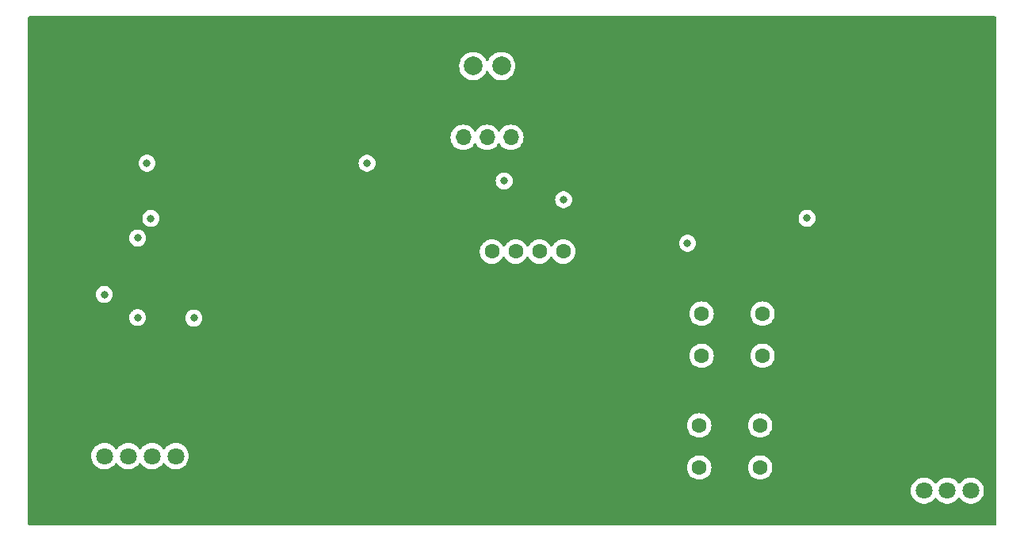
<source format=gbr>
%TF.GenerationSoftware,KiCad,Pcbnew,(7.0.0)*%
%TF.CreationDate,2025-03-31T13:01:06+03:00*%
%TF.ProjectId,test,74657374-2e6b-4696-9361-645f70636258,rev?*%
%TF.SameCoordinates,Original*%
%TF.FileFunction,Copper,L3,Inr*%
%TF.FilePolarity,Positive*%
%FSLAX46Y46*%
G04 Gerber Fmt 4.6, Leading zero omitted, Abs format (unit mm)*
G04 Created by KiCad (PCBNEW (7.0.0)) date 2025-03-31 13:01:06*
%MOMM*%
%LPD*%
G01*
G04 APERTURE LIST*
%TA.AperFunction,ComponentPad*%
%ADD10C,1.800000*%
%TD*%
%TA.AperFunction,ComponentPad*%
%ADD11O,1.700000X1.700000*%
%TD*%
%TA.AperFunction,ComponentPad*%
%ADD12C,1.600000*%
%TD*%
%TA.AperFunction,ComponentPad*%
%ADD13C,2.000000*%
%TD*%
%TA.AperFunction,ViaPad*%
%ADD14C,0.800000*%
%TD*%
G04 APERTURE END LIST*
D10*
%TO.N,Net-(J1-Pin_3)*%
%TO.C,RV1*%
X211000000Y-101000000D03*
%TO.N,Net-(U2-IO0)*%
X213500000Y-101000000D03*
%TO.N,Net-(J1-Pin_2)*%
X216000000Y-101000000D03*
%TD*%
D11*
%TO.N,Net-(J1-Pin_1)*%
%TO.C,J1*%
X166862999Y-63245999D03*
%TO.N,Net-(J1-Pin_2)*%
X164322999Y-63245999D03*
%TO.N,Net-(J1-Pin_3)*%
X161782999Y-63245999D03*
%TD*%
D12*
%TO.N,Net-(U2-IO10)*%
%TO.C,S1*%
X187250000Y-82078000D03*
%TO.N,unconnected-(S1-Pad2)*%
X193750000Y-82078000D03*
%TO.N,unconnected-(S1-Pad3)*%
X187250000Y-86578000D03*
%TO.N,Net-(J1-Pin_3)*%
X193750000Y-86578000D03*
%TD*%
%TO.N,Net-(J1-Pin_3)*%
%TO.C,U3*%
X164846000Y-75438000D03*
%TO.N,Net-(J1-Pin_2)*%
X167386000Y-75438000D03*
%TO.N,Net-(U2-IO5)*%
X169926000Y-75438000D03*
%TO.N,Net-(U2-IO4)*%
X172466000Y-75438000D03*
%TD*%
%TO.N,Net-(U2-IO2)*%
%TO.C,S2*%
X186996000Y-94016000D03*
%TO.N,unconnected-(S2-Pad2)*%
X193496000Y-94016000D03*
%TO.N,unconnected-(S2-Pad3)*%
X186996000Y-98516000D03*
%TO.N,Net-(J1-Pin_3)*%
X193496000Y-98516000D03*
%TD*%
D13*
%TO.N,Net-(J1-Pin_1)*%
%TO.C,J2*%
X165847000Y-55626000D03*
%TO.N,Net-(J1-Pin_3)*%
X162847000Y-55626000D03*
%TD*%
D10*
%TO.N,Net-(J1-Pin_2)*%
%TO.C,U1*%
X123444000Y-97301000D03*
%TO.N,Net-(U1-TRIG)*%
X125984000Y-97301000D03*
%TO.N,Net-(U1-ECHO)*%
X128524000Y-97301000D03*
%TO.N,Net-(J1-Pin_3)*%
X131064000Y-97301000D03*
%TD*%
D14*
%TO.N,Net-(U2-IO0)*%
X198506200Y-71880500D03*
%TO.N,Net-(U2-IO2)*%
X185739400Y-74550000D03*
%TO.N,Net-(U1-TRIG)*%
X128400000Y-71900000D03*
%TO.N,Net-(U1-ECHO)*%
X127000000Y-82500000D03*
X133000000Y-82550000D03*
X127000000Y-74000000D03*
%TO.N,Net-(U2-IO4)*%
X172500000Y-69900000D03*
%TO.N,Net-(U2-IO5)*%
X166150000Y-67900000D03*
%TO.N,Net-(J1-Pin_2)*%
X151500000Y-66000000D03*
X128000000Y-66000000D03*
X123444000Y-80028600D03*
%TD*%
%TA.AperFunction,NonConductor*%
G36*
X218637500Y-50317113D02*
G01*
X218682887Y-50362500D01*
X218699500Y-50424500D01*
X218699500Y-104575500D01*
X218682887Y-104637500D01*
X218637500Y-104682887D01*
X218575500Y-104699500D01*
X115424500Y-104699500D01*
X115362500Y-104682887D01*
X115317113Y-104637500D01*
X115300500Y-104575500D01*
X115300500Y-101000000D01*
X209594700Y-101000000D01*
X209595124Y-101005117D01*
X209613441Y-101226186D01*
X209613442Y-101226195D01*
X209613866Y-101231305D01*
X209615123Y-101236272D01*
X209615125Y-101236279D01*
X209669584Y-101451329D01*
X209670843Y-101456300D01*
X209672903Y-101460996D01*
X209762016Y-101664154D01*
X209762019Y-101664159D01*
X209764076Y-101668849D01*
X209817106Y-101750017D01*
X209888219Y-101858865D01*
X209888222Y-101858869D01*
X209891021Y-101863153D01*
X210048216Y-102033913D01*
X210231374Y-102176470D01*
X210435497Y-102286936D01*
X210655019Y-102362298D01*
X210883951Y-102400500D01*
X211110916Y-102400500D01*
X211116049Y-102400500D01*
X211344981Y-102362298D01*
X211564503Y-102286936D01*
X211768626Y-102176470D01*
X211951784Y-102033913D01*
X212108979Y-101863153D01*
X212146190Y-101806196D01*
X212190982Y-101764962D01*
X212250000Y-101750017D01*
X212309018Y-101764962D01*
X212353809Y-101806196D01*
X212388215Y-101858860D01*
X212388222Y-101858869D01*
X212391021Y-101863153D01*
X212548216Y-102033913D01*
X212731374Y-102176470D01*
X212935497Y-102286936D01*
X213155019Y-102362298D01*
X213383951Y-102400500D01*
X213610916Y-102400500D01*
X213616049Y-102400500D01*
X213844981Y-102362298D01*
X214064503Y-102286936D01*
X214268626Y-102176470D01*
X214451784Y-102033913D01*
X214608979Y-101863153D01*
X214646190Y-101806196D01*
X214690982Y-101764962D01*
X214750000Y-101750017D01*
X214809018Y-101764962D01*
X214853809Y-101806196D01*
X214888215Y-101858860D01*
X214888222Y-101858869D01*
X214891021Y-101863153D01*
X215048216Y-102033913D01*
X215231374Y-102176470D01*
X215435497Y-102286936D01*
X215655019Y-102362298D01*
X215883951Y-102400500D01*
X216110916Y-102400500D01*
X216116049Y-102400500D01*
X216344981Y-102362298D01*
X216564503Y-102286936D01*
X216768626Y-102176470D01*
X216951784Y-102033913D01*
X217108979Y-101863153D01*
X217235924Y-101668849D01*
X217329157Y-101456300D01*
X217386134Y-101231305D01*
X217405300Y-101000000D01*
X217386134Y-100768695D01*
X217329157Y-100543700D01*
X217235924Y-100331151D01*
X217108979Y-100136847D01*
X216951784Y-99966087D01*
X216768626Y-99823530D01*
X216714497Y-99794237D01*
X216569007Y-99715501D01*
X216569002Y-99715499D01*
X216564503Y-99713064D01*
X216559657Y-99711400D01*
X216559654Y-99711399D01*
X216349834Y-99639368D01*
X216349833Y-99639367D01*
X216344981Y-99637702D01*
X216339931Y-99636859D01*
X216339922Y-99636857D01*
X216121111Y-99600344D01*
X216121102Y-99600343D01*
X216116049Y-99599500D01*
X215883951Y-99599500D01*
X215878898Y-99600343D01*
X215878888Y-99600344D01*
X215660077Y-99636857D01*
X215660065Y-99636859D01*
X215655019Y-99637702D01*
X215650169Y-99639366D01*
X215650165Y-99639368D01*
X215440345Y-99711399D01*
X215440337Y-99711402D01*
X215435497Y-99713064D01*
X215431001Y-99715496D01*
X215430992Y-99715501D01*
X215235882Y-99821090D01*
X215235878Y-99821092D01*
X215231374Y-99823530D01*
X215227334Y-99826674D01*
X215227327Y-99826679D01*
X215052263Y-99962936D01*
X215052255Y-99962943D01*
X215048216Y-99966087D01*
X215044746Y-99969855D01*
X215044742Y-99969860D01*
X214894491Y-100133077D01*
X214894488Y-100133080D01*
X214891021Y-100136847D01*
X214888226Y-100141124D01*
X214888219Y-100141134D01*
X214853809Y-100193804D01*
X214809017Y-100235037D01*
X214750000Y-100249982D01*
X214690983Y-100235037D01*
X214646191Y-100193804D01*
X214611780Y-100141134D01*
X214611778Y-100141132D01*
X214608979Y-100136847D01*
X214451784Y-99966087D01*
X214268626Y-99823530D01*
X214214497Y-99794237D01*
X214069007Y-99715501D01*
X214069002Y-99715499D01*
X214064503Y-99713064D01*
X214059657Y-99711400D01*
X214059654Y-99711399D01*
X213849834Y-99639368D01*
X213849833Y-99639367D01*
X213844981Y-99637702D01*
X213839931Y-99636859D01*
X213839922Y-99636857D01*
X213621111Y-99600344D01*
X213621102Y-99600343D01*
X213616049Y-99599500D01*
X213383951Y-99599500D01*
X213378898Y-99600343D01*
X213378888Y-99600344D01*
X213160077Y-99636857D01*
X213160065Y-99636859D01*
X213155019Y-99637702D01*
X213150169Y-99639366D01*
X213150165Y-99639368D01*
X212940345Y-99711399D01*
X212940337Y-99711402D01*
X212935497Y-99713064D01*
X212931001Y-99715496D01*
X212930992Y-99715501D01*
X212735882Y-99821090D01*
X212735878Y-99821092D01*
X212731374Y-99823530D01*
X212727334Y-99826674D01*
X212727327Y-99826679D01*
X212552263Y-99962936D01*
X212552255Y-99962943D01*
X212548216Y-99966087D01*
X212544746Y-99969855D01*
X212544742Y-99969860D01*
X212394491Y-100133077D01*
X212394488Y-100133080D01*
X212391021Y-100136847D01*
X212388226Y-100141124D01*
X212388219Y-100141134D01*
X212353809Y-100193804D01*
X212309017Y-100235037D01*
X212250000Y-100249982D01*
X212190983Y-100235037D01*
X212146191Y-100193804D01*
X212111780Y-100141134D01*
X212111778Y-100141132D01*
X212108979Y-100136847D01*
X211951784Y-99966087D01*
X211768626Y-99823530D01*
X211714497Y-99794237D01*
X211569007Y-99715501D01*
X211569002Y-99715499D01*
X211564503Y-99713064D01*
X211559657Y-99711400D01*
X211559654Y-99711399D01*
X211349834Y-99639368D01*
X211349833Y-99639367D01*
X211344981Y-99637702D01*
X211339931Y-99636859D01*
X211339922Y-99636857D01*
X211121111Y-99600344D01*
X211121102Y-99600343D01*
X211116049Y-99599500D01*
X210883951Y-99599500D01*
X210878898Y-99600343D01*
X210878888Y-99600344D01*
X210660077Y-99636857D01*
X210660065Y-99636859D01*
X210655019Y-99637702D01*
X210650169Y-99639366D01*
X210650165Y-99639368D01*
X210440345Y-99711399D01*
X210440337Y-99711402D01*
X210435497Y-99713064D01*
X210431001Y-99715496D01*
X210430992Y-99715501D01*
X210235882Y-99821090D01*
X210235878Y-99821092D01*
X210231374Y-99823530D01*
X210227334Y-99826674D01*
X210227327Y-99826679D01*
X210052263Y-99962936D01*
X210052255Y-99962943D01*
X210048216Y-99966087D01*
X210044746Y-99969855D01*
X210044742Y-99969860D01*
X209894491Y-100133077D01*
X209894488Y-100133080D01*
X209891021Y-100136847D01*
X209888226Y-100141124D01*
X209888219Y-100141134D01*
X209826870Y-100235037D01*
X209764076Y-100331151D01*
X209762021Y-100335835D01*
X209762016Y-100335845D01*
X209672903Y-100539003D01*
X209670843Y-100543700D01*
X209669585Y-100548665D01*
X209669584Y-100548670D01*
X209615125Y-100763720D01*
X209615123Y-100763729D01*
X209613866Y-100768695D01*
X209613442Y-100773802D01*
X209613441Y-100773813D01*
X209595200Y-100993955D01*
X209594700Y-101000000D01*
X115300500Y-101000000D01*
X115300500Y-97301000D01*
X122038700Y-97301000D01*
X122039124Y-97306117D01*
X122057441Y-97527186D01*
X122057442Y-97527195D01*
X122057866Y-97532305D01*
X122059123Y-97537272D01*
X122059125Y-97537279D01*
X122093503Y-97673031D01*
X122114843Y-97757300D01*
X122116903Y-97761996D01*
X122206016Y-97965154D01*
X122206019Y-97965159D01*
X122208076Y-97969849D01*
X122241106Y-98020405D01*
X122332219Y-98159865D01*
X122332222Y-98159869D01*
X122335021Y-98164153D01*
X122492216Y-98334913D01*
X122675374Y-98477470D01*
X122879497Y-98587936D01*
X123099019Y-98663298D01*
X123327951Y-98701500D01*
X123554916Y-98701500D01*
X123560049Y-98701500D01*
X123788981Y-98663298D01*
X124008503Y-98587936D01*
X124212626Y-98477470D01*
X124395784Y-98334913D01*
X124552979Y-98164153D01*
X124610189Y-98076585D01*
X124654981Y-98035351D01*
X124713998Y-98020405D01*
X124773016Y-98035350D01*
X124817807Y-98076583D01*
X124872213Y-98159857D01*
X124872221Y-98159867D01*
X124875021Y-98164153D01*
X125032216Y-98334913D01*
X125215374Y-98477470D01*
X125419497Y-98587936D01*
X125639019Y-98663298D01*
X125867951Y-98701500D01*
X126094916Y-98701500D01*
X126100049Y-98701500D01*
X126328981Y-98663298D01*
X126548503Y-98587936D01*
X126752626Y-98477470D01*
X126935784Y-98334913D01*
X127092979Y-98164153D01*
X127150189Y-98076585D01*
X127194981Y-98035351D01*
X127253998Y-98020405D01*
X127313016Y-98035350D01*
X127357807Y-98076583D01*
X127412213Y-98159857D01*
X127412221Y-98159867D01*
X127415021Y-98164153D01*
X127572216Y-98334913D01*
X127755374Y-98477470D01*
X127959497Y-98587936D01*
X128179019Y-98663298D01*
X128407951Y-98701500D01*
X128634916Y-98701500D01*
X128640049Y-98701500D01*
X128868981Y-98663298D01*
X129088503Y-98587936D01*
X129292626Y-98477470D01*
X129475784Y-98334913D01*
X129632979Y-98164153D01*
X129690189Y-98076585D01*
X129734981Y-98035351D01*
X129793998Y-98020405D01*
X129853016Y-98035350D01*
X129897807Y-98076583D01*
X129952213Y-98159857D01*
X129952221Y-98159867D01*
X129955021Y-98164153D01*
X130112216Y-98334913D01*
X130295374Y-98477470D01*
X130499497Y-98587936D01*
X130719019Y-98663298D01*
X130947951Y-98701500D01*
X131174916Y-98701500D01*
X131180049Y-98701500D01*
X131408981Y-98663298D01*
X131628503Y-98587936D01*
X131761429Y-98516000D01*
X185690532Y-98516000D01*
X185691004Y-98521395D01*
X185696825Y-98587936D01*
X185710365Y-98742692D01*
X185711762Y-98747907D01*
X185711764Y-98747916D01*
X185767858Y-98957263D01*
X185767861Y-98957271D01*
X185769261Y-98962496D01*
X185865432Y-99168734D01*
X185995953Y-99355139D01*
X186156861Y-99516047D01*
X186343266Y-99646568D01*
X186549504Y-99742739D01*
X186769308Y-99801635D01*
X186996000Y-99821468D01*
X187222692Y-99801635D01*
X187442496Y-99742739D01*
X187648734Y-99646568D01*
X187835139Y-99516047D01*
X187996047Y-99355139D01*
X188126568Y-99168734D01*
X188222739Y-98962496D01*
X188281635Y-98742692D01*
X188301468Y-98516000D01*
X192190532Y-98516000D01*
X192191004Y-98521395D01*
X192196825Y-98587936D01*
X192210365Y-98742692D01*
X192211762Y-98747907D01*
X192211764Y-98747916D01*
X192267858Y-98957263D01*
X192267861Y-98957271D01*
X192269261Y-98962496D01*
X192365432Y-99168734D01*
X192495953Y-99355139D01*
X192656861Y-99516047D01*
X192843266Y-99646568D01*
X193049504Y-99742739D01*
X193269308Y-99801635D01*
X193496000Y-99821468D01*
X193722692Y-99801635D01*
X193942496Y-99742739D01*
X194148734Y-99646568D01*
X194335139Y-99516047D01*
X194496047Y-99355139D01*
X194626568Y-99168734D01*
X194722739Y-98962496D01*
X194781635Y-98742692D01*
X194801468Y-98516000D01*
X194781635Y-98289308D01*
X194722739Y-98069504D01*
X194626568Y-97863266D01*
X194496047Y-97676861D01*
X194335139Y-97515953D01*
X194148734Y-97385432D01*
X193942496Y-97289261D01*
X193937271Y-97287861D01*
X193937263Y-97287858D01*
X193727916Y-97231764D01*
X193727907Y-97231762D01*
X193722692Y-97230365D01*
X193717304Y-97229893D01*
X193717301Y-97229893D01*
X193501395Y-97211004D01*
X193496000Y-97210532D01*
X193490605Y-97211004D01*
X193274698Y-97229893D01*
X193274693Y-97229893D01*
X193269308Y-97230365D01*
X193264094Y-97231762D01*
X193264083Y-97231764D01*
X193054736Y-97287858D01*
X193054724Y-97287862D01*
X193049504Y-97289261D01*
X193044599Y-97291547D01*
X193044594Y-97291550D01*
X192848176Y-97383142D01*
X192848172Y-97383144D01*
X192843266Y-97385432D01*
X192838833Y-97388535D01*
X192838826Y-97388540D01*
X192661296Y-97512847D01*
X192661291Y-97512850D01*
X192656861Y-97515953D01*
X192653037Y-97519776D01*
X192653031Y-97519782D01*
X192499782Y-97673031D01*
X192499776Y-97673037D01*
X192495953Y-97676861D01*
X192492850Y-97681291D01*
X192492847Y-97681296D01*
X192368540Y-97858826D01*
X192368535Y-97858833D01*
X192365432Y-97863266D01*
X192363144Y-97868172D01*
X192363142Y-97868176D01*
X192271550Y-98064594D01*
X192271547Y-98064599D01*
X192269261Y-98069504D01*
X192267862Y-98074724D01*
X192267858Y-98074736D01*
X192211764Y-98284083D01*
X192211762Y-98284094D01*
X192210365Y-98289308D01*
X192209893Y-98294693D01*
X192209893Y-98294698D01*
X192191004Y-98510605D01*
X192190532Y-98516000D01*
X188301468Y-98516000D01*
X188281635Y-98289308D01*
X188222739Y-98069504D01*
X188126568Y-97863266D01*
X187996047Y-97676861D01*
X187835139Y-97515953D01*
X187648734Y-97385432D01*
X187442496Y-97289261D01*
X187437271Y-97287861D01*
X187437263Y-97287858D01*
X187227916Y-97231764D01*
X187227907Y-97231762D01*
X187222692Y-97230365D01*
X187217304Y-97229893D01*
X187217301Y-97229893D01*
X187001395Y-97211004D01*
X186996000Y-97210532D01*
X186990605Y-97211004D01*
X186774698Y-97229893D01*
X186774693Y-97229893D01*
X186769308Y-97230365D01*
X186764094Y-97231762D01*
X186764083Y-97231764D01*
X186554736Y-97287858D01*
X186554724Y-97287862D01*
X186549504Y-97289261D01*
X186544599Y-97291547D01*
X186544594Y-97291550D01*
X186348176Y-97383142D01*
X186348172Y-97383144D01*
X186343266Y-97385432D01*
X186338833Y-97388535D01*
X186338826Y-97388540D01*
X186161296Y-97512847D01*
X186161291Y-97512850D01*
X186156861Y-97515953D01*
X186153037Y-97519776D01*
X186153031Y-97519782D01*
X185999782Y-97673031D01*
X185999776Y-97673037D01*
X185995953Y-97676861D01*
X185992850Y-97681291D01*
X185992847Y-97681296D01*
X185868540Y-97858826D01*
X185868535Y-97858833D01*
X185865432Y-97863266D01*
X185863144Y-97868172D01*
X185863142Y-97868176D01*
X185771550Y-98064594D01*
X185771547Y-98064599D01*
X185769261Y-98069504D01*
X185767862Y-98074724D01*
X185767858Y-98074736D01*
X185711764Y-98284083D01*
X185711762Y-98284094D01*
X185710365Y-98289308D01*
X185709893Y-98294693D01*
X185709893Y-98294698D01*
X185691004Y-98510605D01*
X185690532Y-98516000D01*
X131761429Y-98516000D01*
X131832626Y-98477470D01*
X132015784Y-98334913D01*
X132172979Y-98164153D01*
X132299924Y-97969849D01*
X132393157Y-97757300D01*
X132450134Y-97532305D01*
X132469300Y-97301000D01*
X132450134Y-97069695D01*
X132393157Y-96844700D01*
X132299924Y-96632151D01*
X132172979Y-96437847D01*
X132015784Y-96267087D01*
X131832626Y-96124530D01*
X131778497Y-96095237D01*
X131633007Y-96016501D01*
X131633002Y-96016499D01*
X131628503Y-96014064D01*
X131623657Y-96012400D01*
X131623654Y-96012399D01*
X131413834Y-95940368D01*
X131413833Y-95940367D01*
X131408981Y-95938702D01*
X131403931Y-95937859D01*
X131403922Y-95937857D01*
X131185111Y-95901344D01*
X131185102Y-95901343D01*
X131180049Y-95900500D01*
X130947951Y-95900500D01*
X130942898Y-95901343D01*
X130942888Y-95901344D01*
X130724077Y-95937857D01*
X130724065Y-95937859D01*
X130719019Y-95938702D01*
X130714169Y-95940366D01*
X130714165Y-95940368D01*
X130504345Y-96012399D01*
X130504337Y-96012402D01*
X130499497Y-96014064D01*
X130495001Y-96016496D01*
X130494992Y-96016501D01*
X130299882Y-96122090D01*
X130299878Y-96122092D01*
X130295374Y-96124530D01*
X130291334Y-96127674D01*
X130291327Y-96127679D01*
X130116263Y-96263936D01*
X130116255Y-96263943D01*
X130112216Y-96267087D01*
X130108746Y-96270855D01*
X130108742Y-96270860D01*
X129958491Y-96434077D01*
X129958488Y-96434080D01*
X129955021Y-96437847D01*
X129952225Y-96442126D01*
X129952213Y-96442142D01*
X129897808Y-96525416D01*
X129853017Y-96566649D01*
X129794000Y-96581594D01*
X129734983Y-96566649D01*
X129690192Y-96525416D01*
X129635786Y-96442142D01*
X129635780Y-96442134D01*
X129632979Y-96437847D01*
X129475784Y-96267087D01*
X129292626Y-96124530D01*
X129238497Y-96095237D01*
X129093007Y-96016501D01*
X129093002Y-96016499D01*
X129088503Y-96014064D01*
X129083657Y-96012400D01*
X129083654Y-96012399D01*
X128873834Y-95940368D01*
X128873833Y-95940367D01*
X128868981Y-95938702D01*
X128863931Y-95937859D01*
X128863922Y-95937857D01*
X128645111Y-95901344D01*
X128645102Y-95901343D01*
X128640049Y-95900500D01*
X128407951Y-95900500D01*
X128402898Y-95901343D01*
X128402888Y-95901344D01*
X128184077Y-95937857D01*
X128184065Y-95937859D01*
X128179019Y-95938702D01*
X128174169Y-95940366D01*
X128174165Y-95940368D01*
X127964345Y-96012399D01*
X127964337Y-96012402D01*
X127959497Y-96014064D01*
X127955001Y-96016496D01*
X127954992Y-96016501D01*
X127759882Y-96122090D01*
X127759878Y-96122092D01*
X127755374Y-96124530D01*
X127751334Y-96127674D01*
X127751327Y-96127679D01*
X127576263Y-96263936D01*
X127576255Y-96263943D01*
X127572216Y-96267087D01*
X127568746Y-96270855D01*
X127568742Y-96270860D01*
X127418491Y-96434077D01*
X127418488Y-96434080D01*
X127415021Y-96437847D01*
X127412225Y-96442126D01*
X127412213Y-96442142D01*
X127357808Y-96525416D01*
X127313017Y-96566649D01*
X127254000Y-96581594D01*
X127194983Y-96566649D01*
X127150192Y-96525416D01*
X127095786Y-96442142D01*
X127095780Y-96442134D01*
X127092979Y-96437847D01*
X126935784Y-96267087D01*
X126752626Y-96124530D01*
X126698497Y-96095237D01*
X126553007Y-96016501D01*
X126553002Y-96016499D01*
X126548503Y-96014064D01*
X126543657Y-96012400D01*
X126543654Y-96012399D01*
X126333834Y-95940368D01*
X126333833Y-95940367D01*
X126328981Y-95938702D01*
X126323931Y-95937859D01*
X126323922Y-95937857D01*
X126105111Y-95901344D01*
X126105102Y-95901343D01*
X126100049Y-95900500D01*
X125867951Y-95900500D01*
X125862898Y-95901343D01*
X125862888Y-95901344D01*
X125644077Y-95937857D01*
X125644065Y-95937859D01*
X125639019Y-95938702D01*
X125634169Y-95940366D01*
X125634165Y-95940368D01*
X125424345Y-96012399D01*
X125424337Y-96012402D01*
X125419497Y-96014064D01*
X125415001Y-96016496D01*
X125414992Y-96016501D01*
X125219882Y-96122090D01*
X125219878Y-96122092D01*
X125215374Y-96124530D01*
X125211334Y-96127674D01*
X125211327Y-96127679D01*
X125036263Y-96263936D01*
X125036255Y-96263943D01*
X125032216Y-96267087D01*
X125028746Y-96270855D01*
X125028742Y-96270860D01*
X124878491Y-96434077D01*
X124878488Y-96434080D01*
X124875021Y-96437847D01*
X124872225Y-96442126D01*
X124872213Y-96442142D01*
X124817808Y-96525416D01*
X124773017Y-96566649D01*
X124714000Y-96581594D01*
X124654983Y-96566649D01*
X124610192Y-96525416D01*
X124555786Y-96442142D01*
X124555780Y-96442134D01*
X124552979Y-96437847D01*
X124395784Y-96267087D01*
X124212626Y-96124530D01*
X124158497Y-96095237D01*
X124013007Y-96016501D01*
X124013002Y-96016499D01*
X124008503Y-96014064D01*
X124003657Y-96012400D01*
X124003654Y-96012399D01*
X123793834Y-95940368D01*
X123793833Y-95940367D01*
X123788981Y-95938702D01*
X123783931Y-95937859D01*
X123783922Y-95937857D01*
X123565111Y-95901344D01*
X123565102Y-95901343D01*
X123560049Y-95900500D01*
X123327951Y-95900500D01*
X123322898Y-95901343D01*
X123322888Y-95901344D01*
X123104077Y-95937857D01*
X123104065Y-95937859D01*
X123099019Y-95938702D01*
X123094169Y-95940366D01*
X123094165Y-95940368D01*
X122884345Y-96012399D01*
X122884337Y-96012402D01*
X122879497Y-96014064D01*
X122875001Y-96016496D01*
X122874992Y-96016501D01*
X122679882Y-96122090D01*
X122679878Y-96122092D01*
X122675374Y-96124530D01*
X122671334Y-96127674D01*
X122671327Y-96127679D01*
X122496263Y-96263936D01*
X122496255Y-96263943D01*
X122492216Y-96267087D01*
X122488746Y-96270855D01*
X122488742Y-96270860D01*
X122338491Y-96434077D01*
X122338488Y-96434080D01*
X122335021Y-96437847D01*
X122332226Y-96442124D01*
X122332219Y-96442134D01*
X122210878Y-96627862D01*
X122208076Y-96632151D01*
X122206021Y-96636835D01*
X122206016Y-96636845D01*
X122116903Y-96840003D01*
X122114843Y-96844700D01*
X122113585Y-96849665D01*
X122113584Y-96849670D01*
X122059125Y-97064720D01*
X122059123Y-97064729D01*
X122057866Y-97069695D01*
X122057442Y-97074802D01*
X122057441Y-97074813D01*
X122046196Y-97210532D01*
X122038700Y-97301000D01*
X115300500Y-97301000D01*
X115300500Y-94016000D01*
X185690532Y-94016000D01*
X185710365Y-94242692D01*
X185711762Y-94247907D01*
X185711764Y-94247916D01*
X185767858Y-94457263D01*
X185767861Y-94457271D01*
X185769261Y-94462496D01*
X185865432Y-94668734D01*
X185995953Y-94855139D01*
X186156861Y-95016047D01*
X186343266Y-95146568D01*
X186549504Y-95242739D01*
X186769308Y-95301635D01*
X186996000Y-95321468D01*
X187222692Y-95301635D01*
X187442496Y-95242739D01*
X187648734Y-95146568D01*
X187835139Y-95016047D01*
X187996047Y-94855139D01*
X188126568Y-94668734D01*
X188222739Y-94462496D01*
X188281635Y-94242692D01*
X188301468Y-94016000D01*
X192190532Y-94016000D01*
X192210365Y-94242692D01*
X192211762Y-94247907D01*
X192211764Y-94247916D01*
X192267858Y-94457263D01*
X192267861Y-94457271D01*
X192269261Y-94462496D01*
X192365432Y-94668734D01*
X192495953Y-94855139D01*
X192656861Y-95016047D01*
X192843266Y-95146568D01*
X193049504Y-95242739D01*
X193269308Y-95301635D01*
X193496000Y-95321468D01*
X193722692Y-95301635D01*
X193942496Y-95242739D01*
X194148734Y-95146568D01*
X194335139Y-95016047D01*
X194496047Y-94855139D01*
X194626568Y-94668734D01*
X194722739Y-94462496D01*
X194781635Y-94242692D01*
X194801468Y-94016000D01*
X194781635Y-93789308D01*
X194722739Y-93569504D01*
X194626568Y-93363266D01*
X194496047Y-93176861D01*
X194335139Y-93015953D01*
X194148734Y-92885432D01*
X193942496Y-92789261D01*
X193937271Y-92787861D01*
X193937263Y-92787858D01*
X193727916Y-92731764D01*
X193727907Y-92731762D01*
X193722692Y-92730365D01*
X193717304Y-92729893D01*
X193717301Y-92729893D01*
X193501395Y-92711004D01*
X193496000Y-92710532D01*
X193490605Y-92711004D01*
X193274698Y-92729893D01*
X193274693Y-92729893D01*
X193269308Y-92730365D01*
X193264094Y-92731762D01*
X193264083Y-92731764D01*
X193054736Y-92787858D01*
X193054724Y-92787862D01*
X193049504Y-92789261D01*
X193044599Y-92791547D01*
X193044594Y-92791550D01*
X192848176Y-92883142D01*
X192848172Y-92883144D01*
X192843266Y-92885432D01*
X192838833Y-92888535D01*
X192838826Y-92888540D01*
X192661296Y-93012847D01*
X192661291Y-93012850D01*
X192656861Y-93015953D01*
X192653037Y-93019776D01*
X192653031Y-93019782D01*
X192499782Y-93173031D01*
X192499776Y-93173037D01*
X192495953Y-93176861D01*
X192492850Y-93181291D01*
X192492847Y-93181296D01*
X192368540Y-93358826D01*
X192368535Y-93358833D01*
X192365432Y-93363266D01*
X192363144Y-93368172D01*
X192363142Y-93368176D01*
X192271550Y-93564594D01*
X192271547Y-93564599D01*
X192269261Y-93569504D01*
X192267862Y-93574724D01*
X192267858Y-93574736D01*
X192211764Y-93784083D01*
X192211762Y-93784094D01*
X192210365Y-93789308D01*
X192190532Y-94016000D01*
X188301468Y-94016000D01*
X188281635Y-93789308D01*
X188222739Y-93569504D01*
X188126568Y-93363266D01*
X187996047Y-93176861D01*
X187835139Y-93015953D01*
X187648734Y-92885432D01*
X187442496Y-92789261D01*
X187437271Y-92787861D01*
X187437263Y-92787858D01*
X187227916Y-92731764D01*
X187227907Y-92731762D01*
X187222692Y-92730365D01*
X187217304Y-92729893D01*
X187217301Y-92729893D01*
X187001395Y-92711004D01*
X186996000Y-92710532D01*
X186990605Y-92711004D01*
X186774698Y-92729893D01*
X186774693Y-92729893D01*
X186769308Y-92730365D01*
X186764094Y-92731762D01*
X186764083Y-92731764D01*
X186554736Y-92787858D01*
X186554724Y-92787862D01*
X186549504Y-92789261D01*
X186544599Y-92791547D01*
X186544594Y-92791550D01*
X186348176Y-92883142D01*
X186348172Y-92883144D01*
X186343266Y-92885432D01*
X186338833Y-92888535D01*
X186338826Y-92888540D01*
X186161296Y-93012847D01*
X186161291Y-93012850D01*
X186156861Y-93015953D01*
X186153037Y-93019776D01*
X186153031Y-93019782D01*
X185999782Y-93173031D01*
X185999776Y-93173037D01*
X185995953Y-93176861D01*
X185992850Y-93181291D01*
X185992847Y-93181296D01*
X185868540Y-93358826D01*
X185868535Y-93358833D01*
X185865432Y-93363266D01*
X185863144Y-93368172D01*
X185863142Y-93368176D01*
X185771550Y-93564594D01*
X185771547Y-93564599D01*
X185769261Y-93569504D01*
X185767862Y-93574724D01*
X185767858Y-93574736D01*
X185711764Y-93784083D01*
X185711762Y-93784094D01*
X185710365Y-93789308D01*
X185690532Y-94016000D01*
X115300500Y-94016000D01*
X115300500Y-86578000D01*
X185944532Y-86578000D01*
X185964365Y-86804692D01*
X185965762Y-86809907D01*
X185965764Y-86809916D01*
X186021858Y-87019263D01*
X186021861Y-87019271D01*
X186023261Y-87024496D01*
X186119432Y-87230734D01*
X186249953Y-87417139D01*
X186410861Y-87578047D01*
X186597266Y-87708568D01*
X186803504Y-87804739D01*
X187023308Y-87863635D01*
X187250000Y-87883468D01*
X187476692Y-87863635D01*
X187696496Y-87804739D01*
X187902734Y-87708568D01*
X188089139Y-87578047D01*
X188250047Y-87417139D01*
X188380568Y-87230734D01*
X188476739Y-87024496D01*
X188535635Y-86804692D01*
X188555468Y-86578000D01*
X192444532Y-86578000D01*
X192464365Y-86804692D01*
X192465762Y-86809907D01*
X192465764Y-86809916D01*
X192521858Y-87019263D01*
X192521861Y-87019271D01*
X192523261Y-87024496D01*
X192619432Y-87230734D01*
X192749953Y-87417139D01*
X192910861Y-87578047D01*
X193097266Y-87708568D01*
X193303504Y-87804739D01*
X193523308Y-87863635D01*
X193750000Y-87883468D01*
X193976692Y-87863635D01*
X194196496Y-87804739D01*
X194402734Y-87708568D01*
X194589139Y-87578047D01*
X194750047Y-87417139D01*
X194880568Y-87230734D01*
X194976739Y-87024496D01*
X195035635Y-86804692D01*
X195055468Y-86578000D01*
X195035635Y-86351308D01*
X194976739Y-86131504D01*
X194880568Y-85925266D01*
X194750047Y-85738861D01*
X194589139Y-85577953D01*
X194402734Y-85447432D01*
X194196496Y-85351261D01*
X194191271Y-85349861D01*
X194191263Y-85349858D01*
X193981916Y-85293764D01*
X193981907Y-85293762D01*
X193976692Y-85292365D01*
X193971304Y-85291893D01*
X193971301Y-85291893D01*
X193755395Y-85273004D01*
X193750000Y-85272532D01*
X193744605Y-85273004D01*
X193528698Y-85291893D01*
X193528693Y-85291893D01*
X193523308Y-85292365D01*
X193518094Y-85293762D01*
X193518083Y-85293764D01*
X193308736Y-85349858D01*
X193308724Y-85349862D01*
X193303504Y-85351261D01*
X193298599Y-85353547D01*
X193298594Y-85353550D01*
X193102176Y-85445142D01*
X193102172Y-85445144D01*
X193097266Y-85447432D01*
X193092833Y-85450535D01*
X193092826Y-85450540D01*
X192915296Y-85574847D01*
X192915291Y-85574850D01*
X192910861Y-85577953D01*
X192907037Y-85581776D01*
X192907031Y-85581782D01*
X192753782Y-85735031D01*
X192753776Y-85735037D01*
X192749953Y-85738861D01*
X192746850Y-85743291D01*
X192746847Y-85743296D01*
X192622540Y-85920826D01*
X192622535Y-85920833D01*
X192619432Y-85925266D01*
X192617144Y-85930172D01*
X192617142Y-85930176D01*
X192525550Y-86126594D01*
X192525547Y-86126599D01*
X192523261Y-86131504D01*
X192521862Y-86136724D01*
X192521858Y-86136736D01*
X192465764Y-86346083D01*
X192465762Y-86346094D01*
X192464365Y-86351308D01*
X192444532Y-86578000D01*
X188555468Y-86578000D01*
X188535635Y-86351308D01*
X188476739Y-86131504D01*
X188380568Y-85925266D01*
X188250047Y-85738861D01*
X188089139Y-85577953D01*
X187902734Y-85447432D01*
X187696496Y-85351261D01*
X187691271Y-85349861D01*
X187691263Y-85349858D01*
X187481916Y-85293764D01*
X187481907Y-85293762D01*
X187476692Y-85292365D01*
X187471304Y-85291893D01*
X187471301Y-85291893D01*
X187255395Y-85273004D01*
X187250000Y-85272532D01*
X187244605Y-85273004D01*
X187028698Y-85291893D01*
X187028693Y-85291893D01*
X187023308Y-85292365D01*
X187018094Y-85293762D01*
X187018083Y-85293764D01*
X186808736Y-85349858D01*
X186808724Y-85349862D01*
X186803504Y-85351261D01*
X186798599Y-85353547D01*
X186798594Y-85353550D01*
X186602176Y-85445142D01*
X186602172Y-85445144D01*
X186597266Y-85447432D01*
X186592833Y-85450535D01*
X186592826Y-85450540D01*
X186415296Y-85574847D01*
X186415291Y-85574850D01*
X186410861Y-85577953D01*
X186407037Y-85581776D01*
X186407031Y-85581782D01*
X186253782Y-85735031D01*
X186253776Y-85735037D01*
X186249953Y-85738861D01*
X186246850Y-85743291D01*
X186246847Y-85743296D01*
X186122540Y-85920826D01*
X186122535Y-85920833D01*
X186119432Y-85925266D01*
X186117144Y-85930172D01*
X186117142Y-85930176D01*
X186025550Y-86126594D01*
X186025547Y-86126599D01*
X186023261Y-86131504D01*
X186021862Y-86136724D01*
X186021858Y-86136736D01*
X185965764Y-86346083D01*
X185965762Y-86346094D01*
X185964365Y-86351308D01*
X185944532Y-86578000D01*
X115300500Y-86578000D01*
X115300500Y-82500000D01*
X126094540Y-82500000D01*
X126095219Y-82506460D01*
X126113646Y-82681795D01*
X126113647Y-82681803D01*
X126114326Y-82688256D01*
X126116331Y-82694428D01*
X126116333Y-82694435D01*
X126170813Y-82862105D01*
X126172821Y-82868284D01*
X126176068Y-82873908D01*
X126176069Y-82873910D01*
X126204936Y-82923910D01*
X126267467Y-83032216D01*
X126271811Y-83037041D01*
X126271813Y-83037043D01*
X126389779Y-83168057D01*
X126394129Y-83172888D01*
X126399387Y-83176708D01*
X126399388Y-83176709D01*
X126446389Y-83210857D01*
X126547270Y-83284151D01*
X126720197Y-83361144D01*
X126905354Y-83400500D01*
X127088143Y-83400500D01*
X127094646Y-83400500D01*
X127279803Y-83361144D01*
X127452730Y-83284151D01*
X127605871Y-83172888D01*
X127732533Y-83032216D01*
X127827179Y-82868284D01*
X127885674Y-82688256D01*
X127900205Y-82550000D01*
X132094540Y-82550000D01*
X132095219Y-82556460D01*
X132113646Y-82731795D01*
X132113647Y-82731803D01*
X132114326Y-82738256D01*
X132116331Y-82744428D01*
X132116333Y-82744435D01*
X132154567Y-82862105D01*
X132172821Y-82918284D01*
X132176068Y-82923908D01*
X132176069Y-82923910D01*
X132238599Y-83032216D01*
X132267467Y-83082216D01*
X132271811Y-83087041D01*
X132271813Y-83087043D01*
X132352549Y-83176709D01*
X132394129Y-83222888D01*
X132547270Y-83334151D01*
X132720197Y-83411144D01*
X132905354Y-83450500D01*
X133088143Y-83450500D01*
X133094646Y-83450500D01*
X133279803Y-83411144D01*
X133452730Y-83334151D01*
X133605871Y-83222888D01*
X133732533Y-83082216D01*
X133827179Y-82918284D01*
X133885674Y-82738256D01*
X133905460Y-82550000D01*
X133885674Y-82361744D01*
X133827179Y-82181716D01*
X133767299Y-82078000D01*
X185944532Y-82078000D01*
X185945004Y-82083395D01*
X185949231Y-82131716D01*
X185964365Y-82304692D01*
X185965762Y-82309907D01*
X185965764Y-82309916D01*
X186021858Y-82519263D01*
X186021861Y-82519271D01*
X186023261Y-82524496D01*
X186119432Y-82730734D01*
X186249953Y-82917139D01*
X186410861Y-83078047D01*
X186597266Y-83208568D01*
X186803504Y-83304739D01*
X186808734Y-83306140D01*
X186808736Y-83306141D01*
X187004136Y-83358498D01*
X187023308Y-83363635D01*
X187250000Y-83383468D01*
X187476692Y-83363635D01*
X187696496Y-83304739D01*
X187902734Y-83208568D01*
X188089139Y-83078047D01*
X188250047Y-82917139D01*
X188380568Y-82730734D01*
X188476739Y-82524496D01*
X188535635Y-82304692D01*
X188555468Y-82078000D01*
X192444532Y-82078000D01*
X192445004Y-82083395D01*
X192449231Y-82131716D01*
X192464365Y-82304692D01*
X192465762Y-82309907D01*
X192465764Y-82309916D01*
X192521858Y-82519263D01*
X192521861Y-82519271D01*
X192523261Y-82524496D01*
X192619432Y-82730734D01*
X192749953Y-82917139D01*
X192910861Y-83078047D01*
X193097266Y-83208568D01*
X193303504Y-83304739D01*
X193308734Y-83306140D01*
X193308736Y-83306141D01*
X193504136Y-83358498D01*
X193523308Y-83363635D01*
X193750000Y-83383468D01*
X193976692Y-83363635D01*
X194196496Y-83304739D01*
X194402734Y-83208568D01*
X194589139Y-83078047D01*
X194750047Y-82917139D01*
X194880568Y-82730734D01*
X194976739Y-82524496D01*
X195035635Y-82304692D01*
X195055468Y-82078000D01*
X195035635Y-81851308D01*
X195013760Y-81769669D01*
X194978141Y-81636736D01*
X194978140Y-81636734D01*
X194976739Y-81631504D01*
X194880568Y-81425266D01*
X194750047Y-81238861D01*
X194589139Y-81077953D01*
X194402734Y-80947432D01*
X194196496Y-80851261D01*
X194191271Y-80849861D01*
X194191263Y-80849858D01*
X193981916Y-80793764D01*
X193981907Y-80793762D01*
X193976692Y-80792365D01*
X193971304Y-80791893D01*
X193971301Y-80791893D01*
X193755395Y-80773004D01*
X193750000Y-80772532D01*
X193744605Y-80773004D01*
X193528698Y-80791893D01*
X193528693Y-80791893D01*
X193523308Y-80792365D01*
X193518094Y-80793762D01*
X193518083Y-80793764D01*
X193308736Y-80849858D01*
X193308724Y-80849862D01*
X193303504Y-80851261D01*
X193298599Y-80853547D01*
X193298594Y-80853550D01*
X193102176Y-80945142D01*
X193102172Y-80945144D01*
X193097266Y-80947432D01*
X193092833Y-80950535D01*
X193092826Y-80950540D01*
X192915296Y-81074847D01*
X192915291Y-81074850D01*
X192910861Y-81077953D01*
X192907037Y-81081776D01*
X192907031Y-81081782D01*
X192753782Y-81235031D01*
X192753776Y-81235037D01*
X192749953Y-81238861D01*
X192746850Y-81243291D01*
X192746847Y-81243296D01*
X192622540Y-81420826D01*
X192622535Y-81420833D01*
X192619432Y-81425266D01*
X192617144Y-81430172D01*
X192617142Y-81430176D01*
X192525550Y-81626594D01*
X192525547Y-81626599D01*
X192523261Y-81631504D01*
X192521862Y-81636724D01*
X192521858Y-81636736D01*
X192465764Y-81846083D01*
X192465762Y-81846094D01*
X192464365Y-81851308D01*
X192463893Y-81856693D01*
X192463893Y-81856698D01*
X192449800Y-82017784D01*
X192444532Y-82078000D01*
X188555468Y-82078000D01*
X188535635Y-81851308D01*
X188513760Y-81769669D01*
X188478141Y-81636736D01*
X188478140Y-81636734D01*
X188476739Y-81631504D01*
X188380568Y-81425266D01*
X188250047Y-81238861D01*
X188089139Y-81077953D01*
X187902734Y-80947432D01*
X187696496Y-80851261D01*
X187691271Y-80849861D01*
X187691263Y-80849858D01*
X187481916Y-80793764D01*
X187481907Y-80793762D01*
X187476692Y-80792365D01*
X187471304Y-80791893D01*
X187471301Y-80791893D01*
X187255395Y-80773004D01*
X187250000Y-80772532D01*
X187244605Y-80773004D01*
X187028698Y-80791893D01*
X187028693Y-80791893D01*
X187023308Y-80792365D01*
X187018094Y-80793762D01*
X187018083Y-80793764D01*
X186808736Y-80849858D01*
X186808724Y-80849862D01*
X186803504Y-80851261D01*
X186798599Y-80853547D01*
X186798594Y-80853550D01*
X186602176Y-80945142D01*
X186602172Y-80945144D01*
X186597266Y-80947432D01*
X186592833Y-80950535D01*
X186592826Y-80950540D01*
X186415296Y-81074847D01*
X186415291Y-81074850D01*
X186410861Y-81077953D01*
X186407037Y-81081776D01*
X186407031Y-81081782D01*
X186253782Y-81235031D01*
X186253776Y-81235037D01*
X186249953Y-81238861D01*
X186246850Y-81243291D01*
X186246847Y-81243296D01*
X186122540Y-81420826D01*
X186122535Y-81420833D01*
X186119432Y-81425266D01*
X186117144Y-81430172D01*
X186117142Y-81430176D01*
X186025550Y-81626594D01*
X186025547Y-81626599D01*
X186023261Y-81631504D01*
X186021862Y-81636724D01*
X186021858Y-81636736D01*
X185965764Y-81846083D01*
X185965762Y-81846094D01*
X185964365Y-81851308D01*
X185963893Y-81856693D01*
X185963893Y-81856698D01*
X185949800Y-82017784D01*
X185944532Y-82078000D01*
X133767299Y-82078000D01*
X133732533Y-82017784D01*
X133605871Y-81877112D01*
X133600613Y-81873292D01*
X133600611Y-81873290D01*
X133457988Y-81769669D01*
X133457987Y-81769668D01*
X133452730Y-81765849D01*
X133446792Y-81763205D01*
X133285745Y-81691501D01*
X133285740Y-81691499D01*
X133279803Y-81688856D01*
X133273444Y-81687504D01*
X133273440Y-81687503D01*
X133101008Y-81650852D01*
X133101005Y-81650851D01*
X133094646Y-81649500D01*
X132905354Y-81649500D01*
X132898995Y-81650851D01*
X132898991Y-81650852D01*
X132726559Y-81687503D01*
X132726552Y-81687505D01*
X132720197Y-81688856D01*
X132714262Y-81691498D01*
X132714254Y-81691501D01*
X132553207Y-81763205D01*
X132553202Y-81763207D01*
X132547270Y-81765849D01*
X132542016Y-81769665D01*
X132542011Y-81769669D01*
X132399388Y-81873290D01*
X132399381Y-81873295D01*
X132394129Y-81877112D01*
X132389784Y-81881937D01*
X132389779Y-81881942D01*
X132271813Y-82012956D01*
X132271808Y-82012962D01*
X132267467Y-82017784D01*
X132264222Y-82023404D01*
X132264218Y-82023410D01*
X132176069Y-82176089D01*
X132176066Y-82176094D01*
X132172821Y-82181716D01*
X132170815Y-82187888D01*
X132170813Y-82187894D01*
X132116333Y-82355564D01*
X132116331Y-82355573D01*
X132114326Y-82361744D01*
X132113648Y-82368194D01*
X132113646Y-82368204D01*
X132096705Y-82529405D01*
X132094540Y-82550000D01*
X127900205Y-82550000D01*
X127905460Y-82500000D01*
X127885674Y-82311744D01*
X127827179Y-82131716D01*
X127732533Y-81967784D01*
X127605871Y-81827112D01*
X127600613Y-81823292D01*
X127600611Y-81823290D01*
X127457988Y-81719669D01*
X127457987Y-81719668D01*
X127452730Y-81715849D01*
X127446792Y-81713205D01*
X127285745Y-81641501D01*
X127285740Y-81641499D01*
X127279803Y-81638856D01*
X127273444Y-81637504D01*
X127273440Y-81637503D01*
X127101008Y-81600852D01*
X127101005Y-81600851D01*
X127094646Y-81599500D01*
X126905354Y-81599500D01*
X126898995Y-81600851D01*
X126898991Y-81600852D01*
X126726559Y-81637503D01*
X126726552Y-81637505D01*
X126720197Y-81638856D01*
X126714262Y-81641498D01*
X126714254Y-81641501D01*
X126553207Y-81713205D01*
X126553202Y-81713207D01*
X126547270Y-81715849D01*
X126542016Y-81719665D01*
X126542011Y-81719669D01*
X126399388Y-81823290D01*
X126399381Y-81823295D01*
X126394129Y-81827112D01*
X126389784Y-81831937D01*
X126389779Y-81831942D01*
X126271813Y-81962956D01*
X126271808Y-81962962D01*
X126267467Y-81967784D01*
X126264222Y-81973404D01*
X126264218Y-81973410D01*
X126176069Y-82126089D01*
X126176066Y-82126094D01*
X126172821Y-82131716D01*
X126170815Y-82137888D01*
X126170813Y-82137894D01*
X126116333Y-82305564D01*
X126116331Y-82305573D01*
X126114326Y-82311744D01*
X126113648Y-82318194D01*
X126113646Y-82318204D01*
X126095962Y-82486464D01*
X126094540Y-82500000D01*
X115300500Y-82500000D01*
X115300500Y-80028600D01*
X122538540Y-80028600D01*
X122539219Y-80035060D01*
X122557646Y-80210395D01*
X122557647Y-80210403D01*
X122558326Y-80216856D01*
X122560331Y-80223028D01*
X122560333Y-80223035D01*
X122614813Y-80390705D01*
X122616821Y-80396884D01*
X122711467Y-80560816D01*
X122838129Y-80701488D01*
X122991270Y-80812751D01*
X123164197Y-80889744D01*
X123349354Y-80929100D01*
X123532143Y-80929100D01*
X123538646Y-80929100D01*
X123723803Y-80889744D01*
X123896730Y-80812751D01*
X124049871Y-80701488D01*
X124176533Y-80560816D01*
X124271179Y-80396884D01*
X124329674Y-80216856D01*
X124349460Y-80028600D01*
X124329674Y-79840344D01*
X124271179Y-79660316D01*
X124176533Y-79496384D01*
X124049871Y-79355712D01*
X124044613Y-79351892D01*
X124044611Y-79351890D01*
X123901988Y-79248269D01*
X123901987Y-79248268D01*
X123896730Y-79244449D01*
X123890792Y-79241805D01*
X123729745Y-79170101D01*
X123729740Y-79170099D01*
X123723803Y-79167456D01*
X123717444Y-79166104D01*
X123717440Y-79166103D01*
X123545008Y-79129452D01*
X123545005Y-79129451D01*
X123538646Y-79128100D01*
X123349354Y-79128100D01*
X123342995Y-79129451D01*
X123342991Y-79129452D01*
X123170559Y-79166103D01*
X123170552Y-79166105D01*
X123164197Y-79167456D01*
X123158262Y-79170098D01*
X123158254Y-79170101D01*
X122997207Y-79241805D01*
X122997202Y-79241807D01*
X122991270Y-79244449D01*
X122986016Y-79248265D01*
X122986011Y-79248269D01*
X122843388Y-79351890D01*
X122843381Y-79351895D01*
X122838129Y-79355712D01*
X122833784Y-79360537D01*
X122833779Y-79360542D01*
X122715813Y-79491556D01*
X122715808Y-79491562D01*
X122711467Y-79496384D01*
X122708222Y-79502004D01*
X122708218Y-79502010D01*
X122620069Y-79654689D01*
X122620066Y-79654694D01*
X122616821Y-79660316D01*
X122614815Y-79666488D01*
X122614813Y-79666494D01*
X122560333Y-79834164D01*
X122560331Y-79834173D01*
X122558326Y-79840344D01*
X122557648Y-79846794D01*
X122557646Y-79846804D01*
X122539962Y-80015064D01*
X122538540Y-80028600D01*
X115300500Y-80028600D01*
X115300500Y-75438000D01*
X163540532Y-75438000D01*
X163560365Y-75664692D01*
X163561762Y-75669907D01*
X163561764Y-75669916D01*
X163617858Y-75879263D01*
X163617861Y-75879271D01*
X163619261Y-75884496D01*
X163715432Y-76090734D01*
X163845953Y-76277139D01*
X164006861Y-76438047D01*
X164193266Y-76568568D01*
X164399504Y-76664739D01*
X164619308Y-76723635D01*
X164846000Y-76743468D01*
X165072692Y-76723635D01*
X165292496Y-76664739D01*
X165498734Y-76568568D01*
X165685139Y-76438047D01*
X165846047Y-76277139D01*
X165976568Y-76090734D01*
X166003618Y-76032724D01*
X166049375Y-75980549D01*
X166116000Y-75961130D01*
X166182625Y-75980549D01*
X166228381Y-76032724D01*
X166255432Y-76090734D01*
X166385953Y-76277139D01*
X166546861Y-76438047D01*
X166733266Y-76568568D01*
X166939504Y-76664739D01*
X167159308Y-76723635D01*
X167386000Y-76743468D01*
X167612692Y-76723635D01*
X167832496Y-76664739D01*
X168038734Y-76568568D01*
X168225139Y-76438047D01*
X168386047Y-76277139D01*
X168516568Y-76090734D01*
X168543618Y-76032724D01*
X168589375Y-75980549D01*
X168656000Y-75961130D01*
X168722625Y-75980549D01*
X168768381Y-76032724D01*
X168795432Y-76090734D01*
X168925953Y-76277139D01*
X169086861Y-76438047D01*
X169273266Y-76568568D01*
X169479504Y-76664739D01*
X169699308Y-76723635D01*
X169926000Y-76743468D01*
X170152692Y-76723635D01*
X170372496Y-76664739D01*
X170578734Y-76568568D01*
X170765139Y-76438047D01*
X170926047Y-76277139D01*
X171056568Y-76090734D01*
X171083618Y-76032724D01*
X171129375Y-75980549D01*
X171196000Y-75961130D01*
X171262625Y-75980549D01*
X171308381Y-76032724D01*
X171335432Y-76090734D01*
X171465953Y-76277139D01*
X171626861Y-76438047D01*
X171813266Y-76568568D01*
X172019504Y-76664739D01*
X172239308Y-76723635D01*
X172466000Y-76743468D01*
X172692692Y-76723635D01*
X172912496Y-76664739D01*
X173118734Y-76568568D01*
X173305139Y-76438047D01*
X173466047Y-76277139D01*
X173596568Y-76090734D01*
X173692739Y-75884496D01*
X173751635Y-75664692D01*
X173771468Y-75438000D01*
X173751635Y-75211308D01*
X173736000Y-75152957D01*
X173694141Y-74996736D01*
X173694140Y-74996734D01*
X173692739Y-74991504D01*
X173596568Y-74785266D01*
X173466047Y-74598861D01*
X173417186Y-74550000D01*
X184833940Y-74550000D01*
X184834619Y-74556460D01*
X184853046Y-74731795D01*
X184853047Y-74731803D01*
X184853726Y-74738256D01*
X184855731Y-74744428D01*
X184855733Y-74744435D01*
X184910213Y-74912105D01*
X184912221Y-74918284D01*
X184915468Y-74923908D01*
X184915469Y-74923910D01*
X184954494Y-74991504D01*
X185006867Y-75082216D01*
X185011211Y-75087041D01*
X185011213Y-75087043D01*
X185118398Y-75206083D01*
X185133529Y-75222888D01*
X185286670Y-75334151D01*
X185459597Y-75411144D01*
X185644754Y-75450500D01*
X185827543Y-75450500D01*
X185834046Y-75450500D01*
X186019203Y-75411144D01*
X186192130Y-75334151D01*
X186345271Y-75222888D01*
X186471933Y-75082216D01*
X186566579Y-74918284D01*
X186625074Y-74738256D01*
X186644860Y-74550000D01*
X186625074Y-74361744D01*
X186566579Y-74181716D01*
X186471933Y-74017784D01*
X186345271Y-73877112D01*
X186340013Y-73873292D01*
X186340011Y-73873290D01*
X186197388Y-73769669D01*
X186197387Y-73769668D01*
X186192130Y-73765849D01*
X186186192Y-73763205D01*
X186025145Y-73691501D01*
X186025140Y-73691499D01*
X186019203Y-73688856D01*
X186012844Y-73687504D01*
X186012840Y-73687503D01*
X185840408Y-73650852D01*
X185840405Y-73650851D01*
X185834046Y-73649500D01*
X185644754Y-73649500D01*
X185638395Y-73650851D01*
X185638391Y-73650852D01*
X185465959Y-73687503D01*
X185465952Y-73687505D01*
X185459597Y-73688856D01*
X185453662Y-73691498D01*
X185453654Y-73691501D01*
X185292607Y-73763205D01*
X185292602Y-73763207D01*
X185286670Y-73765849D01*
X185281416Y-73769665D01*
X185281411Y-73769669D01*
X185138788Y-73873290D01*
X185138781Y-73873295D01*
X185133529Y-73877112D01*
X185129184Y-73881937D01*
X185129179Y-73881942D01*
X185011213Y-74012956D01*
X185011208Y-74012962D01*
X185006867Y-74017784D01*
X185003622Y-74023404D01*
X185003618Y-74023410D01*
X184915469Y-74176089D01*
X184915466Y-74176094D01*
X184912221Y-74181716D01*
X184910215Y-74187888D01*
X184910213Y-74187894D01*
X184855733Y-74355564D01*
X184855731Y-74355573D01*
X184853726Y-74361744D01*
X184853048Y-74368194D01*
X184853046Y-74368204D01*
X184835809Y-74532216D01*
X184833940Y-74550000D01*
X173417186Y-74550000D01*
X173305139Y-74437953D01*
X173213675Y-74373910D01*
X173123173Y-74310540D01*
X173123171Y-74310539D01*
X173118734Y-74307432D01*
X172912496Y-74211261D01*
X172907271Y-74209861D01*
X172907263Y-74209858D01*
X172697916Y-74153764D01*
X172697907Y-74153762D01*
X172692692Y-74152365D01*
X172687304Y-74151893D01*
X172687301Y-74151893D01*
X172471395Y-74133004D01*
X172466000Y-74132532D01*
X172460605Y-74133004D01*
X172244698Y-74151893D01*
X172244693Y-74151893D01*
X172239308Y-74152365D01*
X172234094Y-74153762D01*
X172234083Y-74153764D01*
X172024736Y-74209858D01*
X172024724Y-74209862D01*
X172019504Y-74211261D01*
X172014599Y-74213547D01*
X172014594Y-74213550D01*
X171818176Y-74305142D01*
X171818172Y-74305144D01*
X171813266Y-74307432D01*
X171808833Y-74310535D01*
X171808826Y-74310540D01*
X171631296Y-74434847D01*
X171631291Y-74434850D01*
X171626861Y-74437953D01*
X171623037Y-74441776D01*
X171623031Y-74441782D01*
X171469782Y-74595031D01*
X171469776Y-74595037D01*
X171465953Y-74598861D01*
X171462850Y-74603291D01*
X171462847Y-74603296D01*
X171338540Y-74780826D01*
X171338535Y-74780833D01*
X171335432Y-74785266D01*
X171333148Y-74790163D01*
X171333141Y-74790176D01*
X171308382Y-74843274D01*
X171262625Y-74895450D01*
X171196000Y-74914869D01*
X171129375Y-74895450D01*
X171083618Y-74843274D01*
X171058858Y-74790176D01*
X171058855Y-74790172D01*
X171056568Y-74785266D01*
X170926047Y-74598861D01*
X170765139Y-74437953D01*
X170673675Y-74373910D01*
X170583173Y-74310540D01*
X170583171Y-74310539D01*
X170578734Y-74307432D01*
X170372496Y-74211261D01*
X170367271Y-74209861D01*
X170367263Y-74209858D01*
X170157916Y-74153764D01*
X170157907Y-74153762D01*
X170152692Y-74152365D01*
X170147304Y-74151893D01*
X170147301Y-74151893D01*
X169931395Y-74133004D01*
X169926000Y-74132532D01*
X169920605Y-74133004D01*
X169704698Y-74151893D01*
X169704693Y-74151893D01*
X169699308Y-74152365D01*
X169694094Y-74153762D01*
X169694083Y-74153764D01*
X169484736Y-74209858D01*
X169484724Y-74209862D01*
X169479504Y-74211261D01*
X169474599Y-74213547D01*
X169474594Y-74213550D01*
X169278176Y-74305142D01*
X169278172Y-74305144D01*
X169273266Y-74307432D01*
X169268833Y-74310535D01*
X169268826Y-74310540D01*
X169091296Y-74434847D01*
X169091291Y-74434850D01*
X169086861Y-74437953D01*
X169083037Y-74441776D01*
X169083031Y-74441782D01*
X168929782Y-74595031D01*
X168929776Y-74595037D01*
X168925953Y-74598861D01*
X168922850Y-74603291D01*
X168922847Y-74603296D01*
X168798540Y-74780826D01*
X168798535Y-74780833D01*
X168795432Y-74785266D01*
X168793148Y-74790163D01*
X168793141Y-74790176D01*
X168768382Y-74843274D01*
X168722625Y-74895450D01*
X168656000Y-74914869D01*
X168589375Y-74895450D01*
X168543618Y-74843274D01*
X168518858Y-74790176D01*
X168518855Y-74790172D01*
X168516568Y-74785266D01*
X168386047Y-74598861D01*
X168225139Y-74437953D01*
X168133675Y-74373910D01*
X168043173Y-74310540D01*
X168043171Y-74310539D01*
X168038734Y-74307432D01*
X167832496Y-74211261D01*
X167827271Y-74209861D01*
X167827263Y-74209858D01*
X167617916Y-74153764D01*
X167617907Y-74153762D01*
X167612692Y-74152365D01*
X167607304Y-74151893D01*
X167607301Y-74151893D01*
X167391395Y-74133004D01*
X167386000Y-74132532D01*
X167380605Y-74133004D01*
X167164698Y-74151893D01*
X167164693Y-74151893D01*
X167159308Y-74152365D01*
X167154094Y-74153762D01*
X167154083Y-74153764D01*
X166944736Y-74209858D01*
X166944724Y-74209862D01*
X166939504Y-74211261D01*
X166934599Y-74213547D01*
X166934594Y-74213550D01*
X166738176Y-74305142D01*
X166738172Y-74305144D01*
X166733266Y-74307432D01*
X166728833Y-74310535D01*
X166728826Y-74310540D01*
X166551296Y-74434847D01*
X166551291Y-74434850D01*
X166546861Y-74437953D01*
X166543037Y-74441776D01*
X166543031Y-74441782D01*
X166389782Y-74595031D01*
X166389776Y-74595037D01*
X166385953Y-74598861D01*
X166382850Y-74603291D01*
X166382847Y-74603296D01*
X166258540Y-74780826D01*
X166258535Y-74780833D01*
X166255432Y-74785266D01*
X166253148Y-74790163D01*
X166253141Y-74790176D01*
X166228382Y-74843274D01*
X166182625Y-74895450D01*
X166116000Y-74914869D01*
X166049375Y-74895450D01*
X166003618Y-74843274D01*
X165978858Y-74790176D01*
X165978855Y-74790172D01*
X165976568Y-74785266D01*
X165846047Y-74598861D01*
X165685139Y-74437953D01*
X165593675Y-74373910D01*
X165503173Y-74310540D01*
X165503171Y-74310539D01*
X165498734Y-74307432D01*
X165292496Y-74211261D01*
X165287271Y-74209861D01*
X165287263Y-74209858D01*
X165077916Y-74153764D01*
X165077907Y-74153762D01*
X165072692Y-74152365D01*
X165067304Y-74151893D01*
X165067301Y-74151893D01*
X164851395Y-74133004D01*
X164846000Y-74132532D01*
X164840605Y-74133004D01*
X164624698Y-74151893D01*
X164624693Y-74151893D01*
X164619308Y-74152365D01*
X164614094Y-74153762D01*
X164614083Y-74153764D01*
X164404736Y-74209858D01*
X164404724Y-74209862D01*
X164399504Y-74211261D01*
X164394599Y-74213547D01*
X164394594Y-74213550D01*
X164198176Y-74305142D01*
X164198172Y-74305144D01*
X164193266Y-74307432D01*
X164188833Y-74310535D01*
X164188826Y-74310540D01*
X164011296Y-74434847D01*
X164011291Y-74434850D01*
X164006861Y-74437953D01*
X164003037Y-74441776D01*
X164003031Y-74441782D01*
X163849782Y-74595031D01*
X163849776Y-74595037D01*
X163845953Y-74598861D01*
X163842850Y-74603291D01*
X163842847Y-74603296D01*
X163718540Y-74780826D01*
X163718535Y-74780833D01*
X163715432Y-74785266D01*
X163713144Y-74790172D01*
X163713142Y-74790176D01*
X163621550Y-74986594D01*
X163621547Y-74986599D01*
X163619261Y-74991504D01*
X163617862Y-74996724D01*
X163617858Y-74996736D01*
X163561764Y-75206083D01*
X163561762Y-75206094D01*
X163560365Y-75211308D01*
X163559893Y-75216693D01*
X163559893Y-75216698D01*
X163549386Y-75336794D01*
X163540532Y-75438000D01*
X115300500Y-75438000D01*
X115300500Y-74000000D01*
X126094540Y-74000000D01*
X126095219Y-74006460D01*
X126113646Y-74181795D01*
X126113647Y-74181803D01*
X126114326Y-74188256D01*
X126116331Y-74194428D01*
X126116333Y-74194435D01*
X126168688Y-74355564D01*
X126172821Y-74368284D01*
X126267467Y-74532216D01*
X126394129Y-74672888D01*
X126547270Y-74784151D01*
X126720197Y-74861144D01*
X126905354Y-74900500D01*
X127088143Y-74900500D01*
X127094646Y-74900500D01*
X127279803Y-74861144D01*
X127452730Y-74784151D01*
X127605871Y-74672888D01*
X127732533Y-74532216D01*
X127827179Y-74368284D01*
X127885674Y-74188256D01*
X127905460Y-74000000D01*
X127885674Y-73811744D01*
X127827179Y-73631716D01*
X127732533Y-73467784D01*
X127605871Y-73327112D01*
X127600613Y-73323292D01*
X127600611Y-73323290D01*
X127457988Y-73219669D01*
X127457987Y-73219668D01*
X127452730Y-73215849D01*
X127446792Y-73213205D01*
X127285745Y-73141501D01*
X127285740Y-73141499D01*
X127279803Y-73138856D01*
X127273444Y-73137504D01*
X127273440Y-73137503D01*
X127101008Y-73100852D01*
X127101005Y-73100851D01*
X127094646Y-73099500D01*
X126905354Y-73099500D01*
X126898995Y-73100851D01*
X126898991Y-73100852D01*
X126726559Y-73137503D01*
X126726552Y-73137505D01*
X126720197Y-73138856D01*
X126714262Y-73141498D01*
X126714254Y-73141501D01*
X126553207Y-73213205D01*
X126553202Y-73213207D01*
X126547270Y-73215849D01*
X126542016Y-73219665D01*
X126542011Y-73219669D01*
X126399388Y-73323290D01*
X126399381Y-73323295D01*
X126394129Y-73327112D01*
X126389784Y-73331937D01*
X126389779Y-73331942D01*
X126271813Y-73462956D01*
X126271808Y-73462962D01*
X126267467Y-73467784D01*
X126264222Y-73473404D01*
X126264218Y-73473410D01*
X126176069Y-73626089D01*
X126176066Y-73626094D01*
X126172821Y-73631716D01*
X126170815Y-73637888D01*
X126170813Y-73637894D01*
X126116333Y-73805564D01*
X126116331Y-73805573D01*
X126114326Y-73811744D01*
X126113648Y-73818194D01*
X126113646Y-73818204D01*
X126095962Y-73986464D01*
X126094540Y-74000000D01*
X115300500Y-74000000D01*
X115300500Y-71900000D01*
X127494540Y-71900000D01*
X127495219Y-71906460D01*
X127513646Y-72081795D01*
X127513647Y-72081803D01*
X127514326Y-72088256D01*
X127516331Y-72094428D01*
X127516333Y-72094435D01*
X127564477Y-72242605D01*
X127572821Y-72268284D01*
X127576068Y-72273908D01*
X127576069Y-72273910D01*
X127658995Y-72417543D01*
X127667467Y-72432216D01*
X127671811Y-72437041D01*
X127671813Y-72437043D01*
X127789779Y-72568057D01*
X127794129Y-72572888D01*
X127947270Y-72684151D01*
X128120197Y-72761144D01*
X128305354Y-72800500D01*
X128488143Y-72800500D01*
X128494646Y-72800500D01*
X128679803Y-72761144D01*
X128852730Y-72684151D01*
X129005871Y-72572888D01*
X129132533Y-72432216D01*
X129227179Y-72268284D01*
X129285674Y-72088256D01*
X129305460Y-71900000D01*
X129303411Y-71880500D01*
X197600740Y-71880500D01*
X197601419Y-71886960D01*
X197619846Y-72062295D01*
X197619847Y-72062303D01*
X197620526Y-72068756D01*
X197622531Y-72074928D01*
X197622533Y-72074935D01*
X197677013Y-72242605D01*
X197679021Y-72248784D01*
X197773667Y-72412716D01*
X197900329Y-72553388D01*
X197905587Y-72557208D01*
X197905588Y-72557209D01*
X197932428Y-72576709D01*
X198053470Y-72664651D01*
X198226397Y-72741644D01*
X198411554Y-72781000D01*
X198594343Y-72781000D01*
X198600846Y-72781000D01*
X198786003Y-72741644D01*
X198958930Y-72664651D01*
X199112071Y-72553388D01*
X199238733Y-72412716D01*
X199333379Y-72248784D01*
X199391874Y-72068756D01*
X199411660Y-71880500D01*
X199394602Y-71718204D01*
X199392553Y-71698704D01*
X199392552Y-71698703D01*
X199391874Y-71692244D01*
X199333379Y-71512216D01*
X199238733Y-71348284D01*
X199112071Y-71207612D01*
X199106813Y-71203792D01*
X199106811Y-71203790D01*
X198964188Y-71100169D01*
X198964187Y-71100168D01*
X198958930Y-71096349D01*
X198952992Y-71093705D01*
X198791945Y-71022001D01*
X198791940Y-71021999D01*
X198786003Y-71019356D01*
X198779644Y-71018004D01*
X198779640Y-71018003D01*
X198607208Y-70981352D01*
X198607205Y-70981351D01*
X198600846Y-70980000D01*
X198411554Y-70980000D01*
X198405195Y-70981351D01*
X198405191Y-70981352D01*
X198232759Y-71018003D01*
X198232752Y-71018005D01*
X198226397Y-71019356D01*
X198220462Y-71021998D01*
X198220454Y-71022001D01*
X198059407Y-71093705D01*
X198059402Y-71093707D01*
X198053470Y-71096349D01*
X198048216Y-71100165D01*
X198048211Y-71100169D01*
X197905588Y-71203790D01*
X197905581Y-71203795D01*
X197900329Y-71207612D01*
X197895984Y-71212437D01*
X197895979Y-71212442D01*
X197778013Y-71343456D01*
X197778008Y-71343462D01*
X197773667Y-71348284D01*
X197770422Y-71353904D01*
X197770418Y-71353910D01*
X197682269Y-71506589D01*
X197682266Y-71506594D01*
X197679021Y-71512216D01*
X197677015Y-71518388D01*
X197677013Y-71518394D01*
X197622533Y-71686064D01*
X197622531Y-71686073D01*
X197620526Y-71692244D01*
X197619848Y-71698694D01*
X197619846Y-71698704D01*
X197602162Y-71866964D01*
X197600740Y-71880500D01*
X129303411Y-71880500D01*
X129285674Y-71711744D01*
X129227179Y-71531716D01*
X129132533Y-71367784D01*
X129005871Y-71227112D01*
X129000613Y-71223292D01*
X129000611Y-71223290D01*
X128857988Y-71119669D01*
X128857987Y-71119668D01*
X128852730Y-71115849D01*
X128808933Y-71096349D01*
X128685745Y-71041501D01*
X128685740Y-71041499D01*
X128679803Y-71038856D01*
X128673444Y-71037504D01*
X128673440Y-71037503D01*
X128501008Y-71000852D01*
X128501005Y-71000851D01*
X128494646Y-70999500D01*
X128305354Y-70999500D01*
X128298995Y-71000851D01*
X128298991Y-71000852D01*
X128126559Y-71037503D01*
X128126552Y-71037505D01*
X128120197Y-71038856D01*
X128114262Y-71041498D01*
X128114254Y-71041501D01*
X127953207Y-71113205D01*
X127953202Y-71113207D01*
X127947270Y-71115849D01*
X127942016Y-71119665D01*
X127942011Y-71119669D01*
X127799388Y-71223290D01*
X127799381Y-71223295D01*
X127794129Y-71227112D01*
X127789784Y-71231937D01*
X127789779Y-71231942D01*
X127671813Y-71362956D01*
X127671808Y-71362962D01*
X127667467Y-71367784D01*
X127664222Y-71373404D01*
X127664218Y-71373410D01*
X127576069Y-71526089D01*
X127576066Y-71526094D01*
X127572821Y-71531716D01*
X127570815Y-71537888D01*
X127570813Y-71537894D01*
X127516333Y-71705564D01*
X127516331Y-71705573D01*
X127514326Y-71711744D01*
X127513648Y-71718194D01*
X127513646Y-71718204D01*
X127497268Y-71874040D01*
X127494540Y-71900000D01*
X115300500Y-71900000D01*
X115300500Y-69900000D01*
X171594540Y-69900000D01*
X171595219Y-69906460D01*
X171613646Y-70081795D01*
X171613647Y-70081803D01*
X171614326Y-70088256D01*
X171616331Y-70094428D01*
X171616333Y-70094435D01*
X171670813Y-70262105D01*
X171672821Y-70268284D01*
X171767467Y-70432216D01*
X171894129Y-70572888D01*
X172047270Y-70684151D01*
X172220197Y-70761144D01*
X172405354Y-70800500D01*
X172588143Y-70800500D01*
X172594646Y-70800500D01*
X172779803Y-70761144D01*
X172952730Y-70684151D01*
X173105871Y-70572888D01*
X173232533Y-70432216D01*
X173327179Y-70268284D01*
X173385674Y-70088256D01*
X173405460Y-69900000D01*
X173385674Y-69711744D01*
X173327179Y-69531716D01*
X173232533Y-69367784D01*
X173105871Y-69227112D01*
X173100613Y-69223292D01*
X173100611Y-69223290D01*
X172957988Y-69119669D01*
X172957987Y-69119668D01*
X172952730Y-69115849D01*
X172946792Y-69113205D01*
X172785745Y-69041501D01*
X172785740Y-69041499D01*
X172779803Y-69038856D01*
X172773444Y-69037504D01*
X172773440Y-69037503D01*
X172601008Y-69000852D01*
X172601005Y-69000851D01*
X172594646Y-68999500D01*
X172405354Y-68999500D01*
X172398995Y-69000851D01*
X172398991Y-69000852D01*
X172226559Y-69037503D01*
X172226552Y-69037505D01*
X172220197Y-69038856D01*
X172214262Y-69041498D01*
X172214254Y-69041501D01*
X172053207Y-69113205D01*
X172053202Y-69113207D01*
X172047270Y-69115849D01*
X172042016Y-69119665D01*
X172042011Y-69119669D01*
X171899388Y-69223290D01*
X171899381Y-69223295D01*
X171894129Y-69227112D01*
X171889784Y-69231937D01*
X171889779Y-69231942D01*
X171771813Y-69362956D01*
X171771808Y-69362962D01*
X171767467Y-69367784D01*
X171764222Y-69373404D01*
X171764218Y-69373410D01*
X171676069Y-69526089D01*
X171676066Y-69526094D01*
X171672821Y-69531716D01*
X171670815Y-69537888D01*
X171670813Y-69537894D01*
X171616333Y-69705564D01*
X171616331Y-69705573D01*
X171614326Y-69711744D01*
X171613648Y-69718194D01*
X171613646Y-69718204D01*
X171595962Y-69886464D01*
X171594540Y-69900000D01*
X115300500Y-69900000D01*
X115300500Y-67900000D01*
X165244540Y-67900000D01*
X165245219Y-67906460D01*
X165263646Y-68081795D01*
X165263647Y-68081803D01*
X165264326Y-68088256D01*
X165266331Y-68094428D01*
X165266333Y-68094435D01*
X165320813Y-68262105D01*
X165322821Y-68268284D01*
X165417467Y-68432216D01*
X165544129Y-68572888D01*
X165697270Y-68684151D01*
X165870197Y-68761144D01*
X166055354Y-68800500D01*
X166238143Y-68800500D01*
X166244646Y-68800500D01*
X166429803Y-68761144D01*
X166602730Y-68684151D01*
X166755871Y-68572888D01*
X166882533Y-68432216D01*
X166977179Y-68268284D01*
X167035674Y-68088256D01*
X167055460Y-67900000D01*
X167035674Y-67711744D01*
X166977179Y-67531716D01*
X166882533Y-67367784D01*
X166755871Y-67227112D01*
X166750613Y-67223292D01*
X166750611Y-67223290D01*
X166607988Y-67119669D01*
X166607987Y-67119668D01*
X166602730Y-67115849D01*
X166596792Y-67113205D01*
X166435745Y-67041501D01*
X166435740Y-67041499D01*
X166429803Y-67038856D01*
X166423444Y-67037504D01*
X166423440Y-67037503D01*
X166251008Y-67000852D01*
X166251005Y-67000851D01*
X166244646Y-66999500D01*
X166055354Y-66999500D01*
X166048995Y-67000851D01*
X166048991Y-67000852D01*
X165876559Y-67037503D01*
X165876552Y-67037505D01*
X165870197Y-67038856D01*
X165864262Y-67041498D01*
X165864254Y-67041501D01*
X165703207Y-67113205D01*
X165703202Y-67113207D01*
X165697270Y-67115849D01*
X165692016Y-67119665D01*
X165692011Y-67119669D01*
X165549388Y-67223290D01*
X165549381Y-67223295D01*
X165544129Y-67227112D01*
X165539784Y-67231937D01*
X165539779Y-67231942D01*
X165421813Y-67362956D01*
X165421808Y-67362962D01*
X165417467Y-67367784D01*
X165414222Y-67373404D01*
X165414218Y-67373410D01*
X165326069Y-67526089D01*
X165326066Y-67526094D01*
X165322821Y-67531716D01*
X165320815Y-67537888D01*
X165320813Y-67537894D01*
X165266333Y-67705564D01*
X165266331Y-67705573D01*
X165264326Y-67711744D01*
X165263648Y-67718194D01*
X165263646Y-67718204D01*
X165245962Y-67886464D01*
X165244540Y-67900000D01*
X115300500Y-67900000D01*
X115300500Y-66000000D01*
X127094540Y-66000000D01*
X127095219Y-66006460D01*
X127113646Y-66181795D01*
X127113647Y-66181803D01*
X127114326Y-66188256D01*
X127116331Y-66194428D01*
X127116333Y-66194435D01*
X127170813Y-66362105D01*
X127172821Y-66368284D01*
X127267467Y-66532216D01*
X127394129Y-66672888D01*
X127547270Y-66784151D01*
X127720197Y-66861144D01*
X127905354Y-66900500D01*
X128088143Y-66900500D01*
X128094646Y-66900500D01*
X128279803Y-66861144D01*
X128452730Y-66784151D01*
X128605871Y-66672888D01*
X128732533Y-66532216D01*
X128827179Y-66368284D01*
X128885674Y-66188256D01*
X128905460Y-66000000D01*
X150594540Y-66000000D01*
X150595219Y-66006460D01*
X150613646Y-66181795D01*
X150613647Y-66181803D01*
X150614326Y-66188256D01*
X150616331Y-66194428D01*
X150616333Y-66194435D01*
X150670813Y-66362105D01*
X150672821Y-66368284D01*
X150767467Y-66532216D01*
X150894129Y-66672888D01*
X151047270Y-66784151D01*
X151220197Y-66861144D01*
X151405354Y-66900500D01*
X151588143Y-66900500D01*
X151594646Y-66900500D01*
X151779803Y-66861144D01*
X151952730Y-66784151D01*
X152105871Y-66672888D01*
X152232533Y-66532216D01*
X152327179Y-66368284D01*
X152385674Y-66188256D01*
X152405460Y-66000000D01*
X152385674Y-65811744D01*
X152327179Y-65631716D01*
X152232533Y-65467784D01*
X152105871Y-65327112D01*
X152100613Y-65323292D01*
X152100611Y-65323290D01*
X151957988Y-65219669D01*
X151957987Y-65219668D01*
X151952730Y-65215849D01*
X151946792Y-65213205D01*
X151785745Y-65141501D01*
X151785740Y-65141499D01*
X151779803Y-65138856D01*
X151773444Y-65137504D01*
X151773440Y-65137503D01*
X151601008Y-65100852D01*
X151601005Y-65100851D01*
X151594646Y-65099500D01*
X151405354Y-65099500D01*
X151398995Y-65100851D01*
X151398991Y-65100852D01*
X151226559Y-65137503D01*
X151226552Y-65137505D01*
X151220197Y-65138856D01*
X151214262Y-65141498D01*
X151214254Y-65141501D01*
X151053207Y-65213205D01*
X151053202Y-65213207D01*
X151047270Y-65215849D01*
X151042016Y-65219665D01*
X151042011Y-65219669D01*
X150899388Y-65323290D01*
X150899381Y-65323295D01*
X150894129Y-65327112D01*
X150889784Y-65331937D01*
X150889779Y-65331942D01*
X150771813Y-65462956D01*
X150771808Y-65462962D01*
X150767467Y-65467784D01*
X150764222Y-65473404D01*
X150764218Y-65473410D01*
X150676069Y-65626089D01*
X150676066Y-65626094D01*
X150672821Y-65631716D01*
X150670815Y-65637888D01*
X150670813Y-65637894D01*
X150616333Y-65805564D01*
X150616331Y-65805573D01*
X150614326Y-65811744D01*
X150613648Y-65818194D01*
X150613646Y-65818204D01*
X150595962Y-65986464D01*
X150594540Y-66000000D01*
X128905460Y-66000000D01*
X128885674Y-65811744D01*
X128827179Y-65631716D01*
X128732533Y-65467784D01*
X128605871Y-65327112D01*
X128600613Y-65323292D01*
X128600611Y-65323290D01*
X128457988Y-65219669D01*
X128457987Y-65219668D01*
X128452730Y-65215849D01*
X128446792Y-65213205D01*
X128285745Y-65141501D01*
X128285740Y-65141499D01*
X128279803Y-65138856D01*
X128273444Y-65137504D01*
X128273440Y-65137503D01*
X128101008Y-65100852D01*
X128101005Y-65100851D01*
X128094646Y-65099500D01*
X127905354Y-65099500D01*
X127898995Y-65100851D01*
X127898991Y-65100852D01*
X127726559Y-65137503D01*
X127726552Y-65137505D01*
X127720197Y-65138856D01*
X127714262Y-65141498D01*
X127714254Y-65141501D01*
X127553207Y-65213205D01*
X127553202Y-65213207D01*
X127547270Y-65215849D01*
X127542016Y-65219665D01*
X127542011Y-65219669D01*
X127399388Y-65323290D01*
X127399381Y-65323295D01*
X127394129Y-65327112D01*
X127389784Y-65331937D01*
X127389779Y-65331942D01*
X127271813Y-65462956D01*
X127271808Y-65462962D01*
X127267467Y-65467784D01*
X127264222Y-65473404D01*
X127264218Y-65473410D01*
X127176069Y-65626089D01*
X127176066Y-65626094D01*
X127172821Y-65631716D01*
X127170815Y-65637888D01*
X127170813Y-65637894D01*
X127116333Y-65805564D01*
X127116331Y-65805573D01*
X127114326Y-65811744D01*
X127113648Y-65818194D01*
X127113646Y-65818204D01*
X127095962Y-65986464D01*
X127094540Y-66000000D01*
X115300500Y-66000000D01*
X115300500Y-63246000D01*
X160427341Y-63246000D01*
X160447937Y-63481408D01*
X160449336Y-63486630D01*
X160449337Y-63486634D01*
X160507694Y-63704430D01*
X160507697Y-63704438D01*
X160509097Y-63709663D01*
X160511385Y-63714570D01*
X160511386Y-63714572D01*
X160606678Y-63918927D01*
X160606681Y-63918933D01*
X160608965Y-63923830D01*
X160612064Y-63928257D01*
X160612066Y-63928259D01*
X160741399Y-64112966D01*
X160741402Y-64112970D01*
X160744505Y-64117401D01*
X160911599Y-64284495D01*
X161105170Y-64420035D01*
X161319337Y-64519903D01*
X161547592Y-64581063D01*
X161783000Y-64601659D01*
X162018408Y-64581063D01*
X162246663Y-64519903D01*
X162460830Y-64420035D01*
X162654401Y-64284495D01*
X162821495Y-64117401D01*
X162951424Y-63931842D01*
X162995743Y-63892976D01*
X163053000Y-63878965D01*
X163110257Y-63892976D01*
X163154575Y-63931842D01*
X163281395Y-64112961D01*
X163281401Y-64112968D01*
X163284505Y-64117401D01*
X163451599Y-64284495D01*
X163645170Y-64420035D01*
X163859337Y-64519903D01*
X164087592Y-64581063D01*
X164323000Y-64601659D01*
X164558408Y-64581063D01*
X164786663Y-64519903D01*
X165000830Y-64420035D01*
X165194401Y-64284495D01*
X165361495Y-64117401D01*
X165491424Y-63931842D01*
X165535743Y-63892976D01*
X165593000Y-63878965D01*
X165650257Y-63892976D01*
X165694575Y-63931842D01*
X165821395Y-64112961D01*
X165821401Y-64112968D01*
X165824505Y-64117401D01*
X165991599Y-64284495D01*
X166185170Y-64420035D01*
X166399337Y-64519903D01*
X166627592Y-64581063D01*
X166863000Y-64601659D01*
X167098408Y-64581063D01*
X167326663Y-64519903D01*
X167540830Y-64420035D01*
X167734401Y-64284495D01*
X167901495Y-64117401D01*
X168037035Y-63923830D01*
X168136903Y-63709663D01*
X168198063Y-63481408D01*
X168218659Y-63246000D01*
X168198063Y-63010592D01*
X168136903Y-62782337D01*
X168037035Y-62568171D01*
X167901495Y-62374599D01*
X167734401Y-62207505D01*
X167729970Y-62204402D01*
X167729966Y-62204399D01*
X167545259Y-62075066D01*
X167545257Y-62075064D01*
X167540830Y-62071965D01*
X167535933Y-62069681D01*
X167535927Y-62069678D01*
X167331572Y-61974386D01*
X167331570Y-61974385D01*
X167326663Y-61972097D01*
X167321438Y-61970697D01*
X167321430Y-61970694D01*
X167103634Y-61912337D01*
X167103630Y-61912336D01*
X167098408Y-61910937D01*
X167093020Y-61910465D01*
X167093017Y-61910465D01*
X166868395Y-61890813D01*
X166863000Y-61890341D01*
X166857605Y-61890813D01*
X166632982Y-61910465D01*
X166632977Y-61910465D01*
X166627592Y-61910937D01*
X166622371Y-61912335D01*
X166622365Y-61912337D01*
X166404569Y-61970694D01*
X166404557Y-61970698D01*
X166399337Y-61972097D01*
X166394432Y-61974383D01*
X166394427Y-61974386D01*
X166190081Y-62069675D01*
X166190077Y-62069677D01*
X166185171Y-62071965D01*
X166180738Y-62075068D01*
X166180731Y-62075073D01*
X165996034Y-62204399D01*
X165996029Y-62204402D01*
X165991599Y-62207505D01*
X165987775Y-62211328D01*
X165987769Y-62211334D01*
X165828334Y-62370769D01*
X165828328Y-62370775D01*
X165824505Y-62374599D01*
X165821402Y-62379029D01*
X165821399Y-62379034D01*
X165694575Y-62560159D01*
X165650257Y-62599025D01*
X165593000Y-62613036D01*
X165535743Y-62599025D01*
X165491425Y-62560159D01*
X165364600Y-62379034D01*
X165361495Y-62374599D01*
X165194401Y-62207505D01*
X165189970Y-62204402D01*
X165189966Y-62204399D01*
X165005259Y-62075066D01*
X165005257Y-62075064D01*
X165000830Y-62071965D01*
X164995933Y-62069681D01*
X164995927Y-62069678D01*
X164791572Y-61974386D01*
X164791570Y-61974385D01*
X164786663Y-61972097D01*
X164781438Y-61970697D01*
X164781430Y-61970694D01*
X164563634Y-61912337D01*
X164563630Y-61912336D01*
X164558408Y-61910937D01*
X164553020Y-61910465D01*
X164553017Y-61910465D01*
X164328395Y-61890813D01*
X164323000Y-61890341D01*
X164317605Y-61890813D01*
X164092982Y-61910465D01*
X164092977Y-61910465D01*
X164087592Y-61910937D01*
X164082371Y-61912335D01*
X164082365Y-61912337D01*
X163864569Y-61970694D01*
X163864557Y-61970698D01*
X163859337Y-61972097D01*
X163854432Y-61974383D01*
X163854427Y-61974386D01*
X163650081Y-62069675D01*
X163650077Y-62069677D01*
X163645171Y-62071965D01*
X163640738Y-62075068D01*
X163640731Y-62075073D01*
X163456034Y-62204399D01*
X163456029Y-62204402D01*
X163451599Y-62207505D01*
X163447775Y-62211328D01*
X163447769Y-62211334D01*
X163288334Y-62370769D01*
X163288328Y-62370775D01*
X163284505Y-62374599D01*
X163281402Y-62379029D01*
X163281399Y-62379034D01*
X163154575Y-62560159D01*
X163110257Y-62599025D01*
X163053000Y-62613036D01*
X162995743Y-62599025D01*
X162951425Y-62560159D01*
X162824600Y-62379034D01*
X162821495Y-62374599D01*
X162654401Y-62207505D01*
X162649970Y-62204402D01*
X162649966Y-62204399D01*
X162465259Y-62075066D01*
X162465257Y-62075064D01*
X162460830Y-62071965D01*
X162455933Y-62069681D01*
X162455927Y-62069678D01*
X162251572Y-61974386D01*
X162251570Y-61974385D01*
X162246663Y-61972097D01*
X162241438Y-61970697D01*
X162241430Y-61970694D01*
X162023634Y-61912337D01*
X162023630Y-61912336D01*
X162018408Y-61910937D01*
X162013020Y-61910465D01*
X162013017Y-61910465D01*
X161788395Y-61890813D01*
X161783000Y-61890341D01*
X161777605Y-61890813D01*
X161552982Y-61910465D01*
X161552977Y-61910465D01*
X161547592Y-61910937D01*
X161542371Y-61912335D01*
X161542365Y-61912337D01*
X161324569Y-61970694D01*
X161324557Y-61970698D01*
X161319337Y-61972097D01*
X161314432Y-61974383D01*
X161314427Y-61974386D01*
X161110081Y-62069675D01*
X161110077Y-62069677D01*
X161105171Y-62071965D01*
X161100738Y-62075068D01*
X161100731Y-62075073D01*
X160916034Y-62204399D01*
X160916029Y-62204402D01*
X160911599Y-62207505D01*
X160907775Y-62211328D01*
X160907769Y-62211334D01*
X160748334Y-62370769D01*
X160748328Y-62370775D01*
X160744505Y-62374599D01*
X160741402Y-62379029D01*
X160741399Y-62379034D01*
X160612073Y-62563731D01*
X160612068Y-62563738D01*
X160608965Y-62568171D01*
X160606677Y-62573077D01*
X160606675Y-62573081D01*
X160511386Y-62777427D01*
X160511383Y-62777432D01*
X160509097Y-62782337D01*
X160507698Y-62787557D01*
X160507694Y-62787569D01*
X160449337Y-63005365D01*
X160449335Y-63005371D01*
X160447937Y-63010592D01*
X160427341Y-63246000D01*
X115300500Y-63246000D01*
X115300500Y-55626000D01*
X161341357Y-55626000D01*
X161341781Y-55631117D01*
X161361467Y-55868701D01*
X161361468Y-55868709D01*
X161361892Y-55873821D01*
X161363149Y-55878788D01*
X161363151Y-55878795D01*
X161421678Y-56109910D01*
X161422937Y-56114881D01*
X161424997Y-56119577D01*
X161520766Y-56337910D01*
X161520769Y-56337916D01*
X161522827Y-56342607D01*
X161525627Y-56346893D01*
X161525631Y-56346900D01*
X161653675Y-56542885D01*
X161658836Y-56550785D01*
X161662310Y-56554559D01*
X161662311Y-56554560D01*
X161823784Y-56729967D01*
X161823787Y-56729970D01*
X161827256Y-56733738D01*
X162023491Y-56886474D01*
X162242190Y-57004828D01*
X162477386Y-57085571D01*
X162722665Y-57126500D01*
X162966201Y-57126500D01*
X162971335Y-57126500D01*
X163216614Y-57085571D01*
X163451810Y-57004828D01*
X163670509Y-56886474D01*
X163866744Y-56733738D01*
X164035164Y-56550785D01*
X164171173Y-56342607D01*
X164233444Y-56200642D01*
X164267644Y-56155171D01*
X164318551Y-56129761D01*
X164375449Y-56129761D01*
X164426356Y-56155171D01*
X164460556Y-56200643D01*
X164520766Y-56337910D01*
X164520769Y-56337916D01*
X164522827Y-56342607D01*
X164525627Y-56346893D01*
X164525631Y-56346900D01*
X164653675Y-56542885D01*
X164658836Y-56550785D01*
X164662310Y-56554559D01*
X164662311Y-56554560D01*
X164823784Y-56729967D01*
X164823787Y-56729970D01*
X164827256Y-56733738D01*
X165023491Y-56886474D01*
X165242190Y-57004828D01*
X165477386Y-57085571D01*
X165722665Y-57126500D01*
X165966201Y-57126500D01*
X165971335Y-57126500D01*
X166216614Y-57085571D01*
X166451810Y-57004828D01*
X166670509Y-56886474D01*
X166866744Y-56733738D01*
X167035164Y-56550785D01*
X167171173Y-56342607D01*
X167271063Y-56114881D01*
X167332108Y-55873821D01*
X167352643Y-55626000D01*
X167332108Y-55378179D01*
X167271063Y-55137119D01*
X167171173Y-54909393D01*
X167035164Y-54701215D01*
X166866744Y-54518262D01*
X166670509Y-54365526D01*
X166665997Y-54363084D01*
X166456316Y-54249610D01*
X166456310Y-54249607D01*
X166451810Y-54247172D01*
X166446969Y-54245510D01*
X166446962Y-54245507D01*
X166221465Y-54168094D01*
X166221461Y-54168093D01*
X166216614Y-54166429D01*
X166207768Y-54164952D01*
X165976398Y-54126344D01*
X165976387Y-54126343D01*
X165971335Y-54125500D01*
X165722665Y-54125500D01*
X165717613Y-54126343D01*
X165717601Y-54126344D01*
X165482443Y-54165585D01*
X165482441Y-54165585D01*
X165477386Y-54166429D01*
X165472541Y-54168092D01*
X165472534Y-54168094D01*
X165247037Y-54245507D01*
X165247026Y-54245511D01*
X165242190Y-54247172D01*
X165237693Y-54249605D01*
X165237683Y-54249610D01*
X165028002Y-54363084D01*
X165027995Y-54363088D01*
X165023491Y-54365526D01*
X165019448Y-54368672D01*
X165019440Y-54368678D01*
X164831304Y-54515111D01*
X164827256Y-54518262D01*
X164823793Y-54522023D01*
X164823784Y-54522032D01*
X164662311Y-54697439D01*
X164662305Y-54697446D01*
X164658836Y-54701215D01*
X164656031Y-54705506D01*
X164656028Y-54705512D01*
X164525631Y-54905099D01*
X164525624Y-54905111D01*
X164522827Y-54909393D01*
X164520772Y-54914077D01*
X164520766Y-54914089D01*
X164460556Y-55051356D01*
X164426356Y-55096828D01*
X164375449Y-55122239D01*
X164318551Y-55122239D01*
X164267644Y-55096828D01*
X164233444Y-55051356D01*
X164173233Y-54914089D01*
X164173232Y-54914087D01*
X164171173Y-54909393D01*
X164035164Y-54701215D01*
X163866744Y-54518262D01*
X163670509Y-54365526D01*
X163665997Y-54363084D01*
X163456316Y-54249610D01*
X163456310Y-54249607D01*
X163451810Y-54247172D01*
X163446969Y-54245510D01*
X163446962Y-54245507D01*
X163221465Y-54168094D01*
X163221461Y-54168093D01*
X163216614Y-54166429D01*
X163207768Y-54164952D01*
X162976398Y-54126344D01*
X162976387Y-54126343D01*
X162971335Y-54125500D01*
X162722665Y-54125500D01*
X162717613Y-54126343D01*
X162717601Y-54126344D01*
X162482443Y-54165585D01*
X162482441Y-54165585D01*
X162477386Y-54166429D01*
X162472541Y-54168092D01*
X162472534Y-54168094D01*
X162247037Y-54245507D01*
X162247026Y-54245511D01*
X162242190Y-54247172D01*
X162237693Y-54249605D01*
X162237683Y-54249610D01*
X162028002Y-54363084D01*
X162027995Y-54363088D01*
X162023491Y-54365526D01*
X162019448Y-54368672D01*
X162019440Y-54368678D01*
X161831304Y-54515111D01*
X161827256Y-54518262D01*
X161823793Y-54522023D01*
X161823784Y-54522032D01*
X161662311Y-54697439D01*
X161662305Y-54697446D01*
X161658836Y-54701215D01*
X161656031Y-54705506D01*
X161656028Y-54705512D01*
X161525631Y-54905099D01*
X161525624Y-54905111D01*
X161522827Y-54909393D01*
X161520772Y-54914077D01*
X161520766Y-54914089D01*
X161460556Y-55051356D01*
X161422937Y-55137119D01*
X161421679Y-55142084D01*
X161421678Y-55142089D01*
X161363151Y-55373204D01*
X161363149Y-55373213D01*
X161361892Y-55378179D01*
X161361468Y-55383288D01*
X161361467Y-55383298D01*
X161347000Y-55557899D01*
X161341357Y-55626000D01*
X115300500Y-55626000D01*
X115300500Y-50424500D01*
X115317113Y-50362500D01*
X115362500Y-50317113D01*
X115424500Y-50300500D01*
X218575500Y-50300500D01*
X218637500Y-50317113D01*
G37*
%TD.AperFunction*%
M02*

</source>
